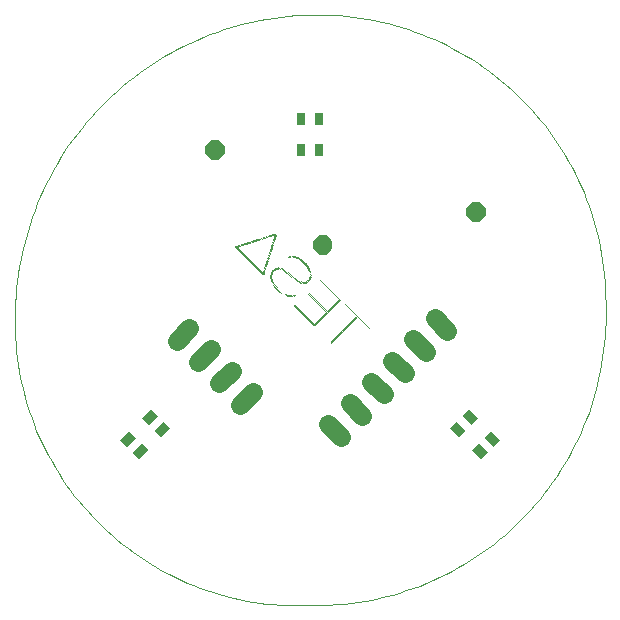
<source format=gbs>
G75*
%MOIN*%
%OFA0B0*%
%FSLAX24Y24*%
%IPPOS*%
%LPD*%
%AMOC8*
5,1,8,0,0,1.08239X$1,22.5*
%
%ADD10C,0.0000*%
%ADD11R,0.0290X0.0010*%
%ADD12R,0.0050X0.0010*%
%ADD13R,0.0900X0.0010*%
%ADD14R,0.0410X0.0010*%
%ADD15R,0.1310X0.0010*%
%ADD16R,0.0060X0.0010*%
%ADD17R,0.0950X0.0010*%
%ADD18R,0.0500X0.0010*%
%ADD19R,0.1330X0.0010*%
%ADD20R,0.0070X0.0010*%
%ADD21R,0.0970X0.0010*%
%ADD22R,0.0570X0.0010*%
%ADD23R,0.1350X0.0010*%
%ADD24R,0.0980X0.0010*%
%ADD25R,0.0630X0.0010*%
%ADD26R,0.0330X0.0010*%
%ADD27R,0.0040X0.0010*%
%ADD28R,0.0990X0.0010*%
%ADD29R,0.0250X0.0010*%
%ADD30R,0.0230X0.0010*%
%ADD31R,0.0210X0.0010*%
%ADD32R,0.0200X0.0010*%
%ADD33R,0.0190X0.0010*%
%ADD34R,0.0170X0.0010*%
%ADD35R,0.0080X0.0010*%
%ADD36R,0.0160X0.0010*%
%ADD37R,0.0150X0.0010*%
%ADD38R,0.0140X0.0010*%
%ADD39R,0.0130X0.0010*%
%ADD40R,0.0120X0.0010*%
%ADD41R,0.0110X0.0010*%
%ADD42R,0.0100X0.0010*%
%ADD43R,0.0090X0.0010*%
%ADD44R,0.0020X0.0010*%
%ADD45R,0.0180X0.0010*%
%ADD46R,0.0280X0.0010*%
%ADD47R,0.0940X0.0010*%
%ADD48R,0.0340X0.0010*%
%ADD49R,0.0440X0.0010*%
%ADD50R,0.0530X0.0010*%
%ADD51R,0.0540X0.0010*%
%ADD52R,0.0930X0.0010*%
%ADD53R,0.0450X0.0010*%
%ADD54R,0.0220X0.0010*%
%ADD55R,0.0010X0.0010*%
%ADD56R,0.1150X0.0010*%
%ADD57R,0.1170X0.0010*%
%ADD58R,0.0650X0.0010*%
%ADD59R,0.0610X0.0010*%
%ADD60R,0.1180X0.0010*%
%ADD61R,0.0550X0.0010*%
%ADD62R,0.0480X0.0010*%
%ADD63R,0.0400X0.0010*%
%ADD64C,0.0640*%
%ADD65C,0.0128*%
%ADD66R,0.0315X0.0433*%
%ADD67OC8,0.0640*%
D10*
X009172Y000100D02*
X010109Y000100D01*
X009172Y000100D02*
X008944Y000112D01*
X008716Y000130D01*
X008488Y000153D01*
X008261Y000182D01*
X008035Y000216D01*
X007810Y000255D01*
X007586Y000300D01*
X007363Y000351D01*
X007141Y000407D01*
X006921Y000468D01*
X006702Y000534D01*
X006485Y000606D01*
X006270Y000683D01*
X006056Y000765D01*
X005845Y000852D01*
X005636Y000945D01*
X005429Y001042D01*
X005225Y001144D01*
X005023Y001252D01*
X004823Y001364D01*
X004627Y001480D01*
X004433Y001602D01*
X004243Y001728D01*
X004055Y001859D01*
X003871Y001994D01*
X003690Y002134D01*
X003512Y002278D01*
X003338Y002426D01*
X003168Y002579D01*
X003001Y002735D01*
X002838Y002896D01*
X002679Y003060D01*
X002525Y003228D01*
X002374Y003400D01*
X002227Y003576D01*
X002085Y003755D01*
X001947Y003937D01*
X001814Y004123D01*
X001685Y004312D01*
X001560Y004503D01*
X001441Y004698D01*
X001326Y004896D01*
X001216Y005096D01*
X001110Y005299D01*
X001010Y005505D01*
X000915Y005712D01*
X000824Y005922D01*
X000739Y006135D01*
X000659Y006349D01*
X000584Y006565D01*
X000515Y006783D01*
X000450Y007002D01*
X000391Y007223D01*
X000338Y007445D01*
X000290Y007669D01*
X000247Y007893D01*
X000209Y008119D01*
X000177Y008345D01*
X000151Y008572D01*
X000130Y008800D01*
X000115Y009028D01*
X000105Y009256D01*
X000100Y009485D01*
X000101Y009714D01*
X000108Y009942D01*
X010110Y000100D02*
X010348Y000103D01*
X010585Y000112D01*
X010822Y000127D01*
X011059Y000148D01*
X011295Y000174D01*
X011530Y000206D01*
X011765Y000244D01*
X011998Y000288D01*
X012231Y000337D01*
X012462Y000392D01*
X012692Y000453D01*
X012920Y000519D01*
X013146Y000591D01*
X013371Y000669D01*
X013594Y000752D01*
X013814Y000840D01*
X014033Y000934D01*
X014249Y001033D01*
X014462Y001137D01*
X014673Y001247D01*
X014881Y001361D01*
X015086Y001481D01*
X015288Y001606D01*
X015488Y001735D01*
X015683Y001870D01*
X015876Y002009D01*
X016065Y002153D01*
X016251Y002302D01*
X016432Y002455D01*
X016610Y002612D01*
X016784Y002774D01*
X016954Y002940D01*
X017120Y003110D01*
X017282Y003284D01*
X017440Y003462D01*
X017593Y003644D01*
X017741Y003829D01*
X017885Y004018D01*
X018024Y004211D01*
X018159Y004407D01*
X018288Y004606D01*
X018413Y004808D01*
X018533Y005013D01*
X018647Y005221D01*
X018757Y005432D01*
X018861Y005646D01*
X018960Y005862D01*
X019054Y006080D01*
X019142Y006301D01*
X019225Y006523D01*
X019303Y006748D01*
X019375Y006974D01*
X019441Y007202D01*
X019502Y007432D01*
X019557Y007663D01*
X019606Y007896D01*
X019650Y008129D01*
X019688Y008364D01*
X019720Y008599D01*
X019746Y008835D01*
X019767Y009072D01*
X019782Y009309D01*
X019791Y009547D01*
X019794Y009784D01*
X019793Y009784D02*
X019793Y010184D01*
X019790Y010420D01*
X019781Y010655D01*
X019767Y010890D01*
X019747Y011125D01*
X019721Y011359D01*
X019689Y011593D01*
X019652Y011825D01*
X019609Y012057D01*
X019560Y012288D01*
X019505Y012517D01*
X019445Y012745D01*
X019380Y012971D01*
X019308Y013196D01*
X019232Y013418D01*
X019150Y013639D01*
X019062Y013858D01*
X018969Y014075D01*
X018871Y014289D01*
X018768Y014501D01*
X018659Y014710D01*
X018546Y014916D01*
X018427Y015120D01*
X018303Y015321D01*
X018175Y015518D01*
X018042Y015712D01*
X017904Y015903D01*
X017761Y016091D01*
X017614Y016275D01*
X017462Y016455D01*
X017306Y016632D01*
X017145Y016804D01*
X016981Y016973D01*
X016812Y017137D01*
X016640Y017298D01*
X016463Y017454D01*
X016283Y017606D01*
X016099Y017753D01*
X015911Y017896D01*
X015720Y018034D01*
X015526Y018167D01*
X015329Y018295D01*
X015128Y018419D01*
X014924Y018538D01*
X014718Y018651D01*
X014509Y018760D01*
X014297Y018863D01*
X014083Y018961D01*
X013866Y019054D01*
X013647Y019142D01*
X013426Y019224D01*
X013204Y019300D01*
X012979Y019372D01*
X012753Y019437D01*
X012525Y019497D01*
X012296Y019552D01*
X012065Y019601D01*
X011833Y019644D01*
X011601Y019681D01*
X011367Y019713D01*
X011133Y019739D01*
X010898Y019759D01*
X010663Y019773D01*
X010428Y019782D01*
X010192Y019785D01*
X010191Y019785D02*
X009948Y019782D01*
X009704Y019773D01*
X009461Y019759D01*
X009218Y019738D01*
X008976Y019712D01*
X008734Y019679D01*
X008493Y019641D01*
X008254Y019597D01*
X008015Y019548D01*
X007778Y019492D01*
X007542Y019431D01*
X007307Y019364D01*
X007074Y019292D01*
X006844Y019214D01*
X006615Y019130D01*
X006388Y019041D01*
X006163Y018946D01*
X005941Y018846D01*
X005721Y018741D01*
X005504Y018630D01*
X005289Y018514D01*
X005078Y018393D01*
X004869Y018267D01*
X004664Y018136D01*
X004461Y018000D01*
X004262Y017859D01*
X004067Y017713D01*
X003875Y017563D01*
X003687Y017408D01*
X003503Y017249D01*
X003322Y017085D01*
X003146Y016917D01*
X002973Y016745D01*
X002805Y016568D01*
X002641Y016388D01*
X002482Y016203D01*
X002327Y016015D01*
X002177Y015823D01*
X002031Y015628D01*
X001890Y015429D01*
X001754Y015226D01*
X001623Y015021D01*
X001497Y014812D01*
X001376Y014601D01*
X001260Y014386D01*
X001149Y014169D01*
X001044Y013949D01*
X000944Y013727D01*
X000849Y013502D01*
X000760Y013276D01*
X000676Y013047D01*
X000598Y012816D01*
X000526Y012583D01*
X000459Y012349D01*
X000398Y012113D01*
X000342Y011875D01*
X000293Y011637D01*
X000249Y011397D01*
X000211Y011156D01*
X000178Y010914D01*
X000152Y010672D01*
X000131Y010429D01*
X000117Y010186D01*
X000108Y009942D01*
D11*
G36*
X008662Y010892D02*
X008866Y010688D01*
X008858Y010680D01*
X008654Y010884D01*
X008662Y010892D01*
G37*
G36*
X008761Y010722D02*
X008965Y010518D01*
X008957Y010510D01*
X008753Y010714D01*
X008761Y010722D01*
G37*
G36*
X009680Y011627D02*
X009884Y011423D01*
X009876Y011415D01*
X009672Y011619D01*
X009680Y011627D01*
G37*
D12*
G36*
X009205Y011705D02*
X009240Y011670D01*
X009233Y011663D01*
X009198Y011698D01*
X009205Y011705D01*
G37*
G36*
X009453Y010468D02*
X009488Y010433D01*
X009481Y010426D01*
X009446Y010461D01*
X009453Y010468D01*
G37*
G36*
X010662Y008820D02*
X010627Y008855D01*
X010634Y008862D01*
X010669Y008827D01*
X010662Y008820D01*
G37*
D13*
G36*
X009425Y010071D02*
X010060Y009436D01*
X010053Y009429D01*
X009418Y010064D01*
X009425Y010071D01*
G37*
D14*
G36*
X008725Y010771D02*
X009014Y010482D01*
X009007Y010475D01*
X008718Y010764D01*
X008725Y010771D01*
G37*
D15*
G36*
X007459Y012037D02*
X008384Y011112D01*
X008377Y011105D01*
X007452Y012030D01*
X007459Y012037D01*
G37*
D16*
G36*
X008810Y012511D02*
X008851Y012470D01*
X008844Y012463D01*
X008803Y012504D01*
X008810Y012511D01*
G37*
G36*
X009220Y011719D02*
X009261Y011678D01*
X009254Y011671D01*
X009213Y011712D01*
X009220Y011719D01*
G37*
G36*
X009213Y011711D02*
X009254Y011670D01*
X009247Y011663D01*
X009206Y011704D01*
X009213Y011711D01*
G37*
G36*
X008746Y011301D02*
X008787Y011260D01*
X008780Y011253D01*
X008739Y011294D01*
X008746Y011301D01*
G37*
G36*
X009439Y010467D02*
X009480Y010426D01*
X009473Y010419D01*
X009432Y010460D01*
X009439Y010467D01*
G37*
G36*
X010910Y010297D02*
X010951Y010256D01*
X010944Y010249D01*
X010903Y010290D01*
X010910Y010297D01*
G37*
G36*
X010634Y008876D02*
X010675Y008835D01*
X010668Y008828D01*
X010627Y008869D01*
X010634Y008876D01*
G37*
D17*
G36*
X009418Y010093D02*
X010089Y009422D01*
X010082Y009415D01*
X009411Y010086D01*
X009418Y010093D01*
G37*
G36*
X009870Y010503D02*
X010541Y009832D01*
X010534Y009825D01*
X009863Y010496D01*
X009870Y010503D01*
G37*
G36*
X009877Y010510D02*
X010548Y009839D01*
X010541Y009832D01*
X009870Y010503D01*
X009877Y010510D01*
G37*
G36*
X009884Y010517D02*
X010555Y009846D01*
X010548Y009839D01*
X009877Y010510D01*
X009884Y010517D01*
G37*
G36*
X010309Y010984D02*
X010980Y010313D01*
X010973Y010306D01*
X010302Y010977D01*
X010309Y010984D01*
G37*
D18*
G36*
X009205Y011224D02*
X009558Y010871D01*
X009551Y010864D01*
X009198Y011217D01*
X009205Y011224D01*
G37*
G36*
X009078Y011309D02*
X009431Y010956D01*
X009424Y010949D01*
X009071Y011302D01*
X009078Y011309D01*
G37*
G36*
X008703Y010807D02*
X009056Y010454D01*
X009049Y010447D01*
X008696Y010800D01*
X008703Y010807D01*
G37*
D19*
G36*
X007459Y012051D02*
X008398Y011112D01*
X008391Y011105D01*
X007452Y012044D01*
X007459Y012051D01*
G37*
G36*
X007488Y012079D02*
X008427Y011140D01*
X008420Y011133D01*
X007481Y012072D01*
X007488Y012079D01*
G37*
G36*
X007495Y012086D02*
X008434Y011147D01*
X008427Y011140D01*
X007488Y012079D01*
X007495Y012086D01*
G37*
D20*
G36*
X007777Y012172D02*
X007826Y012123D01*
X007819Y012116D01*
X007770Y012165D01*
X007777Y012172D01*
G37*
G36*
X008215Y012313D02*
X008264Y012264D01*
X008257Y012257D01*
X008208Y012306D01*
X008215Y012313D01*
G37*
G36*
X008739Y012327D02*
X008788Y012278D01*
X008781Y012271D01*
X008732Y012320D01*
X008739Y012327D01*
G37*
G36*
X008802Y012504D02*
X008851Y012455D01*
X008844Y012448D01*
X008795Y012497D01*
X008802Y012504D01*
G37*
G36*
X009234Y011733D02*
X009283Y011684D01*
X009276Y011677D01*
X009227Y011726D01*
X009234Y011733D01*
G37*
G36*
X009227Y011726D02*
X009276Y011677D01*
X009269Y011670D01*
X009220Y011719D01*
X009227Y011726D01*
G37*
G36*
X009248Y011733D02*
X009297Y011684D01*
X009290Y011677D01*
X009241Y011726D01*
X009248Y011733D01*
G37*
G36*
X009255Y011740D02*
X009304Y011691D01*
X009297Y011684D01*
X009248Y011733D01*
X009255Y011740D01*
G37*
G36*
X009276Y011747D02*
X009325Y011698D01*
X009318Y011691D01*
X009269Y011740D01*
X009276Y011747D01*
G37*
G36*
X009290Y011747D02*
X009339Y011698D01*
X009332Y011691D01*
X009283Y011740D01*
X009290Y011747D01*
G37*
G36*
X009764Y011556D02*
X009813Y011507D01*
X009806Y011500D01*
X009757Y011549D01*
X009764Y011556D01*
G37*
G36*
X009912Y010998D02*
X009961Y010949D01*
X009954Y010942D01*
X009905Y010991D01*
X009912Y010998D01*
G37*
G36*
X009905Y010991D02*
X009954Y010942D01*
X009947Y010935D01*
X009898Y010984D01*
X009905Y010991D01*
G37*
G36*
X009898Y010969D02*
X009947Y010920D01*
X009940Y010913D01*
X009891Y010962D01*
X009898Y010969D01*
G37*
G36*
X009891Y010962D02*
X009940Y010913D01*
X009933Y010906D01*
X009884Y010955D01*
X009891Y010962D01*
G37*
G36*
X009884Y010955D02*
X009933Y010906D01*
X009926Y010899D01*
X009877Y010948D01*
X009884Y010955D01*
G37*
G36*
X009877Y010948D02*
X009926Y010899D01*
X009919Y010892D01*
X009870Y010941D01*
X009877Y010948D01*
G37*
G36*
X009870Y010941D02*
X009919Y010892D01*
X009912Y010885D01*
X009863Y010934D01*
X009870Y010941D01*
G37*
G36*
X009863Y010934D02*
X009912Y010885D01*
X009905Y010878D01*
X009856Y010927D01*
X009863Y010934D01*
G37*
G36*
X009856Y010927D02*
X009905Y010878D01*
X009898Y010871D01*
X009849Y010920D01*
X009856Y010927D01*
G37*
G36*
X009835Y010920D02*
X009884Y010871D01*
X009877Y010864D01*
X009828Y010913D01*
X009835Y010920D01*
G37*
G36*
X009828Y010913D02*
X009877Y010864D01*
X009870Y010857D01*
X009821Y010906D01*
X009828Y010913D01*
G37*
G36*
X009821Y010906D02*
X009870Y010857D01*
X009863Y010850D01*
X009814Y010899D01*
X009821Y010906D01*
G37*
G36*
X009813Y010899D02*
X009862Y010850D01*
X009855Y010843D01*
X009806Y010892D01*
X009813Y010899D01*
G37*
G36*
X009792Y010892D02*
X009841Y010843D01*
X009834Y010836D01*
X009785Y010885D01*
X009792Y010892D01*
G37*
G36*
X009849Y010920D02*
X009898Y010871D01*
X009891Y010864D01*
X009842Y010913D01*
X009849Y010920D01*
G37*
G36*
X009432Y010460D02*
X009481Y010411D01*
X009474Y010404D01*
X009425Y010453D01*
X009432Y010460D01*
G37*
G36*
X009417Y010460D02*
X009466Y010411D01*
X009459Y010404D01*
X009410Y010453D01*
X009417Y010460D01*
G37*
G36*
X009410Y010453D02*
X009459Y010404D01*
X009452Y010397D01*
X009403Y010446D01*
X009410Y010453D01*
G37*
G36*
X009389Y010446D02*
X009438Y010397D01*
X009431Y010390D01*
X009382Y010439D01*
X009389Y010446D01*
G37*
G36*
X009403Y010446D02*
X009452Y010397D01*
X009445Y010390D01*
X009396Y010439D01*
X009403Y010446D01*
G37*
G36*
X008647Y011175D02*
X008696Y011126D01*
X008689Y011119D01*
X008640Y011168D01*
X008647Y011175D01*
G37*
G36*
X008654Y011196D02*
X008703Y011147D01*
X008696Y011140D01*
X008647Y011189D01*
X008654Y011196D01*
G37*
G36*
X008668Y011224D02*
X008717Y011175D01*
X008710Y011168D01*
X008661Y011217D01*
X008668Y011224D01*
G37*
G36*
X008675Y011231D02*
X008724Y011182D01*
X008717Y011175D01*
X008668Y011224D01*
X008675Y011231D01*
G37*
G36*
X008682Y011252D02*
X008731Y011203D01*
X008724Y011196D01*
X008675Y011245D01*
X008682Y011252D01*
G37*
G36*
X008689Y011259D02*
X008738Y011210D01*
X008731Y011203D01*
X008682Y011252D01*
X008689Y011259D01*
G37*
G36*
X008696Y011266D02*
X008745Y011217D01*
X008738Y011210D01*
X008689Y011259D01*
X008696Y011266D01*
G37*
G36*
X008703Y011274D02*
X008752Y011225D01*
X008745Y011218D01*
X008696Y011267D01*
X008703Y011274D01*
G37*
G36*
X008710Y011281D02*
X008759Y011232D01*
X008752Y011225D01*
X008703Y011274D01*
X008710Y011281D01*
G37*
G36*
X008717Y011288D02*
X008766Y011239D01*
X008759Y011232D01*
X008710Y011281D01*
X008717Y011288D01*
G37*
G36*
X008725Y011295D02*
X008774Y011246D01*
X008767Y011239D01*
X008718Y011288D01*
X008725Y011295D01*
G37*
G36*
X008732Y011302D02*
X008781Y011253D01*
X008774Y011246D01*
X008725Y011295D01*
X008732Y011302D01*
G37*
G36*
X008760Y011316D02*
X008809Y011267D01*
X008802Y011260D01*
X008753Y011309D01*
X008760Y011316D01*
G37*
G36*
X008767Y011323D02*
X008816Y011274D01*
X008809Y011267D01*
X008760Y011316D01*
X008767Y011323D01*
G37*
G36*
X008774Y011330D02*
X008823Y011281D01*
X008816Y011274D01*
X008767Y011323D01*
X008774Y011330D01*
G37*
G36*
X008795Y011337D02*
X008844Y011288D01*
X008837Y011281D01*
X008788Y011330D01*
X008795Y011337D01*
G37*
G36*
X008682Y011238D02*
X008731Y011189D01*
X008724Y011182D01*
X008675Y011231D01*
X008682Y011238D01*
G37*
G36*
X008661Y011203D02*
X008710Y011154D01*
X008703Y011147D01*
X008654Y011196D01*
X008661Y011203D01*
G37*
G36*
X010245Y009633D02*
X010294Y009584D01*
X010287Y009577D01*
X010238Y009626D01*
X010245Y009633D01*
G37*
G36*
X010252Y009640D02*
X010301Y009591D01*
X010294Y009584D01*
X010245Y009633D01*
X010252Y009640D01*
G37*
G36*
X010259Y009647D02*
X010308Y009598D01*
X010301Y009591D01*
X010252Y009640D01*
X010259Y009647D01*
G37*
G36*
X010266Y009654D02*
X010315Y009605D01*
X010308Y009598D01*
X010259Y009647D01*
X010266Y009654D01*
G37*
G36*
X010273Y009661D02*
X010322Y009612D01*
X010315Y009605D01*
X010266Y009654D01*
X010273Y009661D01*
G37*
G36*
X010280Y009668D02*
X010329Y009619D01*
X010322Y009612D01*
X010273Y009661D01*
X010280Y009668D01*
G37*
G36*
X010287Y009675D02*
X010336Y009626D01*
X010329Y009619D01*
X010280Y009668D01*
X010287Y009675D01*
G37*
G36*
X010294Y009683D02*
X010343Y009634D01*
X010336Y009627D01*
X010287Y009676D01*
X010294Y009683D01*
G37*
G36*
X010301Y009690D02*
X010350Y009641D01*
X010343Y009634D01*
X010294Y009683D01*
X010301Y009690D01*
G37*
G36*
X010308Y009697D02*
X010357Y009648D01*
X010350Y009641D01*
X010301Y009690D01*
X010308Y009697D01*
G37*
G36*
X010316Y009704D02*
X010365Y009655D01*
X010358Y009648D01*
X010309Y009697D01*
X010316Y009704D01*
G37*
G36*
X010323Y009711D02*
X010372Y009662D01*
X010365Y009655D01*
X010316Y009704D01*
X010323Y009711D01*
G37*
G36*
X010330Y009718D02*
X010379Y009669D01*
X010372Y009662D01*
X010323Y009711D01*
X010330Y009718D01*
G37*
G36*
X010337Y009725D02*
X010386Y009676D01*
X010379Y009669D01*
X010330Y009718D01*
X010337Y009725D01*
G37*
G36*
X010344Y009732D02*
X010393Y009683D01*
X010386Y009676D01*
X010337Y009725D01*
X010344Y009732D01*
G37*
G36*
X010351Y009739D02*
X010400Y009690D01*
X010393Y009683D01*
X010344Y009732D01*
X010351Y009739D01*
G37*
G36*
X010358Y009746D02*
X010407Y009697D01*
X010400Y009690D01*
X010351Y009739D01*
X010358Y009746D01*
G37*
G36*
X010365Y009753D02*
X010414Y009704D01*
X010407Y009697D01*
X010358Y009746D01*
X010365Y009753D01*
G37*
G36*
X010372Y009760D02*
X010421Y009711D01*
X010414Y009704D01*
X010365Y009753D01*
X010372Y009760D01*
G37*
G36*
X010379Y009767D02*
X010428Y009718D01*
X010421Y009711D01*
X010372Y009760D01*
X010379Y009767D01*
G37*
G36*
X010386Y009774D02*
X010435Y009725D01*
X010428Y009718D01*
X010379Y009767D01*
X010386Y009774D01*
G37*
G36*
X010393Y009782D02*
X010442Y009733D01*
X010435Y009726D01*
X010386Y009775D01*
X010393Y009782D01*
G37*
G36*
X010400Y009789D02*
X010449Y009740D01*
X010442Y009733D01*
X010393Y009782D01*
X010400Y009789D01*
G37*
G36*
X010407Y009796D02*
X010456Y009747D01*
X010449Y009740D01*
X010400Y009789D01*
X010407Y009796D01*
G37*
G36*
X010415Y009803D02*
X010464Y009754D01*
X010457Y009747D01*
X010408Y009796D01*
X010415Y009803D01*
G37*
G36*
X010422Y009810D02*
X010471Y009761D01*
X010464Y009754D01*
X010415Y009803D01*
X010422Y009810D01*
G37*
G36*
X010429Y009817D02*
X010478Y009768D01*
X010471Y009761D01*
X010422Y009810D01*
X010429Y009817D01*
G37*
G36*
X010436Y009824D02*
X010485Y009775D01*
X010478Y009768D01*
X010429Y009817D01*
X010436Y009824D01*
G37*
G36*
X010443Y009831D02*
X010492Y009782D01*
X010485Y009775D01*
X010436Y009824D01*
X010443Y009831D01*
G37*
G36*
X010450Y009838D02*
X010499Y009789D01*
X010492Y009782D01*
X010443Y009831D01*
X010450Y009838D01*
G37*
G36*
X010457Y009845D02*
X010506Y009796D01*
X010499Y009789D01*
X010450Y009838D01*
X010457Y009845D01*
G37*
G36*
X010464Y009852D02*
X010513Y009803D01*
X010506Y009796D01*
X010457Y009845D01*
X010464Y009852D01*
G37*
G36*
X010471Y009859D02*
X010520Y009810D01*
X010513Y009803D01*
X010464Y009852D01*
X010471Y009859D01*
G37*
G36*
X010478Y009866D02*
X010527Y009817D01*
X010520Y009810D01*
X010471Y009859D01*
X010478Y009866D01*
G37*
G36*
X010528Y009916D02*
X010577Y009867D01*
X010570Y009860D01*
X010521Y009909D01*
X010528Y009916D01*
G37*
G36*
X010535Y009923D02*
X010584Y009874D01*
X010577Y009867D01*
X010528Y009916D01*
X010535Y009923D01*
G37*
G36*
X010542Y009930D02*
X010591Y009881D01*
X010584Y009874D01*
X010535Y009923D01*
X010542Y009930D01*
G37*
G36*
X010549Y009937D02*
X010598Y009888D01*
X010591Y009881D01*
X010542Y009930D01*
X010549Y009937D01*
G37*
G36*
X010556Y009944D02*
X010605Y009895D01*
X010598Y009888D01*
X010549Y009937D01*
X010556Y009944D01*
G37*
G36*
X010563Y009951D02*
X010612Y009902D01*
X010605Y009895D01*
X010556Y009944D01*
X010563Y009951D01*
G37*
G36*
X010570Y009958D02*
X010619Y009909D01*
X010612Y009902D01*
X010563Y009951D01*
X010570Y009958D01*
G37*
G36*
X010577Y009965D02*
X010626Y009916D01*
X010619Y009909D01*
X010570Y009958D01*
X010577Y009965D01*
G37*
G36*
X010584Y009972D02*
X010633Y009923D01*
X010626Y009916D01*
X010577Y009965D01*
X010584Y009972D01*
G37*
G36*
X010591Y009980D02*
X010640Y009931D01*
X010633Y009924D01*
X010584Y009973D01*
X010591Y009980D01*
G37*
G36*
X010598Y009987D02*
X010647Y009938D01*
X010640Y009931D01*
X010591Y009980D01*
X010598Y009987D01*
G37*
G36*
X010605Y009994D02*
X010654Y009945D01*
X010647Y009938D01*
X010598Y009987D01*
X010605Y009994D01*
G37*
G36*
X010612Y010001D02*
X010661Y009952D01*
X010654Y009945D01*
X010605Y009994D01*
X010612Y010001D01*
G37*
G36*
X010620Y010008D02*
X010669Y009959D01*
X010662Y009952D01*
X010613Y010001D01*
X010620Y010008D01*
G37*
G36*
X010627Y010015D02*
X010676Y009966D01*
X010669Y009959D01*
X010620Y010008D01*
X010627Y010015D01*
G37*
G36*
X010634Y010022D02*
X010683Y009973D01*
X010676Y009966D01*
X010627Y010015D01*
X010634Y010022D01*
G37*
G36*
X010641Y010029D02*
X010690Y009980D01*
X010683Y009973D01*
X010634Y010022D01*
X010641Y010029D01*
G37*
G36*
X010648Y010036D02*
X010697Y009987D01*
X010690Y009980D01*
X010641Y010029D01*
X010648Y010036D01*
G37*
G36*
X010655Y010043D02*
X010704Y009994D01*
X010697Y009987D01*
X010648Y010036D01*
X010655Y010043D01*
G37*
G36*
X010662Y010050D02*
X010711Y010001D01*
X010704Y009994D01*
X010655Y010043D01*
X010662Y010050D01*
G37*
G36*
X010669Y010057D02*
X010718Y010008D01*
X010711Y010001D01*
X010662Y010050D01*
X010669Y010057D01*
G37*
G36*
X010676Y010064D02*
X010725Y010015D01*
X010718Y010008D01*
X010669Y010057D01*
X010676Y010064D01*
G37*
G36*
X010683Y010071D02*
X010732Y010022D01*
X010725Y010015D01*
X010676Y010064D01*
X010683Y010071D01*
G37*
G36*
X010690Y010079D02*
X010739Y010030D01*
X010732Y010023D01*
X010683Y010072D01*
X010690Y010079D01*
G37*
G36*
X010697Y010086D02*
X010746Y010037D01*
X010739Y010030D01*
X010690Y010079D01*
X010697Y010086D01*
G37*
G36*
X010704Y010093D02*
X010753Y010044D01*
X010746Y010037D01*
X010697Y010086D01*
X010704Y010093D01*
G37*
G36*
X010711Y010100D02*
X010760Y010051D01*
X010753Y010044D01*
X010704Y010093D01*
X010711Y010100D01*
G37*
G36*
X010719Y010107D02*
X010768Y010058D01*
X010761Y010051D01*
X010712Y010100D01*
X010719Y010107D01*
G37*
G36*
X010726Y010114D02*
X010775Y010065D01*
X010768Y010058D01*
X010719Y010107D01*
X010726Y010114D01*
G37*
G36*
X010733Y010121D02*
X010782Y010072D01*
X010775Y010065D01*
X010726Y010114D01*
X010733Y010121D01*
G37*
G36*
X010740Y010128D02*
X010789Y010079D01*
X010782Y010072D01*
X010733Y010121D01*
X010740Y010128D01*
G37*
G36*
X010747Y010135D02*
X010796Y010086D01*
X010789Y010079D01*
X010740Y010128D01*
X010747Y010135D01*
G37*
G36*
X010754Y010142D02*
X010803Y010093D01*
X010796Y010086D01*
X010747Y010135D01*
X010754Y010142D01*
G37*
G36*
X010761Y010149D02*
X010810Y010100D01*
X010803Y010093D01*
X010754Y010142D01*
X010761Y010149D01*
G37*
G36*
X010768Y010156D02*
X010817Y010107D01*
X010810Y010100D01*
X010761Y010149D01*
X010768Y010156D01*
G37*
G36*
X010775Y010163D02*
X010824Y010114D01*
X010817Y010107D01*
X010768Y010156D01*
X010775Y010163D01*
G37*
G36*
X010782Y010170D02*
X010831Y010121D01*
X010824Y010114D01*
X010775Y010163D01*
X010782Y010170D01*
G37*
G36*
X010789Y010178D02*
X010838Y010129D01*
X010831Y010122D01*
X010782Y010171D01*
X010789Y010178D01*
G37*
G36*
X010796Y010185D02*
X010845Y010136D01*
X010838Y010129D01*
X010789Y010178D01*
X010796Y010185D01*
G37*
G36*
X010803Y010192D02*
X010852Y010143D01*
X010845Y010136D01*
X010796Y010185D01*
X010803Y010192D01*
G37*
G36*
X010810Y010199D02*
X010859Y010150D01*
X010852Y010143D01*
X010803Y010192D01*
X010810Y010199D01*
G37*
G36*
X010818Y010206D02*
X010867Y010157D01*
X010860Y010150D01*
X010811Y010199D01*
X010818Y010206D01*
G37*
G36*
X010825Y010213D02*
X010874Y010164D01*
X010867Y010157D01*
X010818Y010206D01*
X010825Y010213D01*
G37*
G36*
X010832Y010220D02*
X010881Y010171D01*
X010874Y010164D01*
X010825Y010213D01*
X010832Y010220D01*
G37*
G36*
X010839Y010227D02*
X010888Y010178D01*
X010881Y010171D01*
X010832Y010220D01*
X010839Y010227D01*
G37*
G36*
X010846Y010234D02*
X010895Y010185D01*
X010888Y010178D01*
X010839Y010227D01*
X010846Y010234D01*
G37*
G36*
X010853Y010241D02*
X010902Y010192D01*
X010895Y010185D01*
X010846Y010234D01*
X010853Y010241D01*
G37*
G36*
X010860Y010248D02*
X010909Y010199D01*
X010902Y010192D01*
X010853Y010241D01*
X010860Y010248D01*
G37*
G36*
X010867Y010255D02*
X010916Y010206D01*
X010909Y010199D01*
X010860Y010248D01*
X010867Y010255D01*
G37*
G36*
X010874Y010262D02*
X010923Y010213D01*
X010916Y010206D01*
X010867Y010255D01*
X010874Y010262D01*
G37*
G36*
X010881Y010269D02*
X010930Y010220D01*
X010923Y010213D01*
X010874Y010262D01*
X010881Y010269D01*
G37*
G36*
X010888Y010277D02*
X010937Y010228D01*
X010930Y010221D01*
X010881Y010270D01*
X010888Y010277D01*
G37*
G36*
X010895Y010284D02*
X010944Y010235D01*
X010937Y010228D01*
X010888Y010277D01*
X010895Y010284D01*
G37*
G36*
X010902Y010291D02*
X010951Y010242D01*
X010944Y010235D01*
X010895Y010284D01*
X010902Y010291D01*
G37*
G36*
X011482Y009725D02*
X011531Y009676D01*
X011524Y009669D01*
X011475Y009718D01*
X011482Y009725D01*
G37*
G36*
X011475Y009718D02*
X011524Y009669D01*
X011517Y009662D01*
X011468Y009711D01*
X011475Y009718D01*
G37*
G36*
X011468Y009711D02*
X011517Y009662D01*
X011510Y009655D01*
X011461Y009704D01*
X011468Y009711D01*
G37*
G36*
X011461Y009704D02*
X011510Y009655D01*
X011503Y009648D01*
X011454Y009697D01*
X011461Y009704D01*
G37*
G36*
X011454Y009697D02*
X011503Y009648D01*
X011496Y009641D01*
X011447Y009690D01*
X011454Y009697D01*
G37*
G36*
X011447Y009690D02*
X011496Y009641D01*
X011489Y009634D01*
X011440Y009683D01*
X011447Y009690D01*
G37*
G36*
X011440Y009683D02*
X011489Y009634D01*
X011482Y009627D01*
X011433Y009676D01*
X011440Y009683D01*
G37*
G36*
X011433Y009675D02*
X011482Y009626D01*
X011475Y009619D01*
X011426Y009668D01*
X011433Y009675D01*
G37*
G36*
X011426Y009668D02*
X011475Y009619D01*
X011468Y009612D01*
X011419Y009661D01*
X011426Y009668D01*
G37*
G36*
X011419Y009661D02*
X011468Y009612D01*
X011461Y009605D01*
X011412Y009654D01*
X011419Y009661D01*
G37*
G36*
X011412Y009654D02*
X011461Y009605D01*
X011454Y009598D01*
X011405Y009647D01*
X011412Y009654D01*
G37*
G36*
X011404Y009647D02*
X011453Y009598D01*
X011446Y009591D01*
X011397Y009640D01*
X011404Y009647D01*
G37*
G36*
X011397Y009640D02*
X011446Y009591D01*
X011439Y009584D01*
X011390Y009633D01*
X011397Y009640D01*
G37*
G36*
X011390Y009633D02*
X011439Y009584D01*
X011432Y009577D01*
X011383Y009626D01*
X011390Y009633D01*
G37*
G36*
X011383Y009626D02*
X011432Y009577D01*
X011425Y009570D01*
X011376Y009619D01*
X011383Y009626D01*
G37*
G36*
X011376Y009619D02*
X011425Y009570D01*
X011418Y009563D01*
X011369Y009612D01*
X011376Y009619D01*
G37*
G36*
X011369Y009612D02*
X011418Y009563D01*
X011411Y009556D01*
X011362Y009605D01*
X011369Y009612D01*
G37*
G36*
X011362Y009605D02*
X011411Y009556D01*
X011404Y009549D01*
X011355Y009598D01*
X011362Y009605D01*
G37*
G36*
X011355Y009598D02*
X011404Y009549D01*
X011397Y009542D01*
X011348Y009591D01*
X011355Y009598D01*
G37*
G36*
X011348Y009591D02*
X011397Y009542D01*
X011390Y009535D01*
X011341Y009584D01*
X011348Y009591D01*
G37*
G36*
X011341Y009584D02*
X011390Y009535D01*
X011383Y009528D01*
X011334Y009577D01*
X011341Y009584D01*
G37*
G36*
X011334Y009576D02*
X011383Y009527D01*
X011376Y009520D01*
X011327Y009569D01*
X011334Y009576D01*
G37*
G36*
X011327Y009569D02*
X011376Y009520D01*
X011369Y009513D01*
X011320Y009562D01*
X011327Y009569D01*
G37*
G36*
X011320Y009562D02*
X011369Y009513D01*
X011362Y009506D01*
X011313Y009555D01*
X011320Y009562D01*
G37*
G36*
X011313Y009555D02*
X011362Y009506D01*
X011355Y009499D01*
X011306Y009548D01*
X011313Y009555D01*
G37*
G36*
X011305Y009548D02*
X011354Y009499D01*
X011347Y009492D01*
X011298Y009541D01*
X011305Y009548D01*
G37*
G36*
X011298Y009541D02*
X011347Y009492D01*
X011340Y009485D01*
X011291Y009534D01*
X011298Y009541D01*
G37*
G36*
X011291Y009534D02*
X011340Y009485D01*
X011333Y009478D01*
X011284Y009527D01*
X011291Y009534D01*
G37*
G36*
X011284Y009527D02*
X011333Y009478D01*
X011326Y009471D01*
X011277Y009520D01*
X011284Y009527D01*
G37*
G36*
X011277Y009520D02*
X011326Y009471D01*
X011319Y009464D01*
X011270Y009513D01*
X011277Y009520D01*
G37*
G36*
X011270Y009513D02*
X011319Y009464D01*
X011312Y009457D01*
X011263Y009506D01*
X011270Y009513D01*
G37*
G36*
X011263Y009506D02*
X011312Y009457D01*
X011305Y009450D01*
X011256Y009499D01*
X011263Y009506D01*
G37*
G36*
X011256Y009499D02*
X011305Y009450D01*
X011298Y009443D01*
X011249Y009492D01*
X011256Y009499D01*
G37*
G36*
X011249Y009492D02*
X011298Y009443D01*
X011291Y009436D01*
X011242Y009485D01*
X011249Y009492D01*
G37*
G36*
X011242Y009485D02*
X011291Y009436D01*
X011284Y009429D01*
X011235Y009478D01*
X011242Y009485D01*
G37*
G36*
X011235Y009477D02*
X011284Y009428D01*
X011277Y009421D01*
X011228Y009470D01*
X011235Y009477D01*
G37*
G36*
X011228Y009470D02*
X011277Y009421D01*
X011270Y009414D01*
X011221Y009463D01*
X011228Y009470D01*
G37*
G36*
X011221Y009463D02*
X011270Y009414D01*
X011263Y009407D01*
X011214Y009456D01*
X011221Y009463D01*
G37*
G36*
X011214Y009456D02*
X011263Y009407D01*
X011256Y009400D01*
X011207Y009449D01*
X011214Y009456D01*
G37*
G36*
X011206Y009449D02*
X011255Y009400D01*
X011248Y009393D01*
X011199Y009442D01*
X011206Y009449D01*
G37*
G36*
X011199Y009442D02*
X011248Y009393D01*
X011241Y009386D01*
X011192Y009435D01*
X011199Y009442D01*
G37*
G36*
X011192Y009435D02*
X011241Y009386D01*
X011234Y009379D01*
X011185Y009428D01*
X011192Y009435D01*
G37*
G36*
X011185Y009428D02*
X011234Y009379D01*
X011227Y009372D01*
X011178Y009421D01*
X011185Y009428D01*
G37*
G36*
X011178Y009421D02*
X011227Y009372D01*
X011220Y009365D01*
X011171Y009414D01*
X011178Y009421D01*
G37*
G36*
X011171Y009414D02*
X011220Y009365D01*
X011213Y009358D01*
X011164Y009407D01*
X011171Y009414D01*
G37*
G36*
X011164Y009407D02*
X011213Y009358D01*
X011206Y009351D01*
X011157Y009400D01*
X011164Y009407D01*
G37*
G36*
X011157Y009400D02*
X011206Y009351D01*
X011199Y009344D01*
X011150Y009393D01*
X011157Y009400D01*
G37*
G36*
X011150Y009393D02*
X011199Y009344D01*
X011192Y009337D01*
X011143Y009386D01*
X011150Y009393D01*
G37*
G36*
X011143Y009386D02*
X011192Y009337D01*
X011185Y009330D01*
X011136Y009379D01*
X011143Y009386D01*
G37*
G36*
X011136Y009379D02*
X011185Y009330D01*
X011178Y009323D01*
X011129Y009372D01*
X011136Y009379D01*
G37*
G36*
X011129Y009371D02*
X011178Y009322D01*
X011171Y009315D01*
X011122Y009364D01*
X011129Y009371D01*
G37*
G36*
X011122Y009364D02*
X011171Y009315D01*
X011164Y009308D01*
X011115Y009357D01*
X011122Y009364D01*
G37*
G36*
X011115Y009357D02*
X011164Y009308D01*
X011157Y009301D01*
X011108Y009350D01*
X011115Y009357D01*
G37*
G36*
X011107Y009350D02*
X011156Y009301D01*
X011149Y009294D01*
X011100Y009343D01*
X011107Y009350D01*
G37*
G36*
X011100Y009343D02*
X011149Y009294D01*
X011142Y009287D01*
X011093Y009336D01*
X011100Y009343D01*
G37*
G36*
X011093Y009336D02*
X011142Y009287D01*
X011135Y009280D01*
X011086Y009329D01*
X011093Y009336D01*
G37*
G36*
X011086Y009329D02*
X011135Y009280D01*
X011128Y009273D01*
X011079Y009322D01*
X011086Y009329D01*
G37*
G36*
X011079Y009322D02*
X011128Y009273D01*
X011121Y009266D01*
X011072Y009315D01*
X011079Y009322D01*
G37*
G36*
X011072Y009315D02*
X011121Y009266D01*
X011114Y009259D01*
X011065Y009308D01*
X011072Y009315D01*
G37*
G36*
X011065Y009308D02*
X011114Y009259D01*
X011107Y009252D01*
X011058Y009301D01*
X011065Y009308D01*
G37*
G36*
X011058Y009301D02*
X011107Y009252D01*
X011100Y009245D01*
X011051Y009294D01*
X011058Y009301D01*
G37*
G36*
X011051Y009294D02*
X011100Y009245D01*
X011093Y009238D01*
X011044Y009287D01*
X011051Y009294D01*
G37*
G36*
X011044Y009287D02*
X011093Y009238D01*
X011086Y009231D01*
X011037Y009280D01*
X011044Y009287D01*
G37*
G36*
X011037Y009280D02*
X011086Y009231D01*
X011079Y009224D01*
X011030Y009273D01*
X011037Y009280D01*
G37*
G36*
X011030Y009272D02*
X011079Y009223D01*
X011072Y009216D01*
X011023Y009265D01*
X011030Y009272D01*
G37*
G36*
X011023Y009265D02*
X011072Y009216D01*
X011065Y009209D01*
X011016Y009258D01*
X011023Y009265D01*
G37*
G36*
X011016Y009258D02*
X011065Y009209D01*
X011058Y009202D01*
X011009Y009251D01*
X011016Y009258D01*
G37*
G36*
X011008Y009251D02*
X011057Y009202D01*
X011050Y009195D01*
X011001Y009244D01*
X011008Y009251D01*
G37*
G36*
X011001Y009244D02*
X011050Y009195D01*
X011043Y009188D01*
X010994Y009237D01*
X011001Y009244D01*
G37*
G36*
X010994Y009237D02*
X011043Y009188D01*
X011036Y009181D01*
X010987Y009230D01*
X010994Y009237D01*
G37*
G36*
X010987Y009230D02*
X011036Y009181D01*
X011029Y009174D01*
X010980Y009223D01*
X010987Y009230D01*
G37*
G36*
X010980Y009223D02*
X011029Y009174D01*
X011022Y009167D01*
X010973Y009216D01*
X010980Y009223D01*
G37*
G36*
X010973Y009216D02*
X011022Y009167D01*
X011015Y009160D01*
X010966Y009209D01*
X010973Y009216D01*
G37*
G36*
X010966Y009209D02*
X011015Y009160D01*
X011008Y009153D01*
X010959Y009202D01*
X010966Y009209D01*
G37*
G36*
X010959Y009202D02*
X011008Y009153D01*
X011001Y009146D01*
X010952Y009195D01*
X010959Y009202D01*
G37*
G36*
X010952Y009195D02*
X011001Y009146D01*
X010994Y009139D01*
X010945Y009188D01*
X010952Y009195D01*
G37*
G36*
X010945Y009188D02*
X010994Y009139D01*
X010987Y009132D01*
X010938Y009181D01*
X010945Y009188D01*
G37*
G36*
X010938Y009181D02*
X010987Y009132D01*
X010980Y009125D01*
X010931Y009174D01*
X010938Y009181D01*
G37*
G36*
X010931Y009173D02*
X010980Y009124D01*
X010973Y009117D01*
X010924Y009166D01*
X010931Y009173D01*
G37*
G36*
X010924Y009166D02*
X010973Y009117D01*
X010966Y009110D01*
X010917Y009159D01*
X010924Y009166D01*
G37*
G36*
X010917Y009159D02*
X010966Y009110D01*
X010959Y009103D01*
X010910Y009152D01*
X010917Y009159D01*
G37*
G36*
X010909Y009152D02*
X010958Y009103D01*
X010951Y009096D01*
X010902Y009145D01*
X010909Y009152D01*
G37*
G36*
X010902Y009145D02*
X010951Y009096D01*
X010944Y009089D01*
X010895Y009138D01*
X010902Y009145D01*
G37*
G36*
X010895Y009138D02*
X010944Y009089D01*
X010937Y009082D01*
X010888Y009131D01*
X010895Y009138D01*
G37*
G36*
X010888Y009131D02*
X010937Y009082D01*
X010930Y009075D01*
X010881Y009124D01*
X010888Y009131D01*
G37*
G36*
X010881Y009124D02*
X010930Y009075D01*
X010923Y009068D01*
X010874Y009117D01*
X010881Y009124D01*
G37*
G36*
X010874Y009117D02*
X010923Y009068D01*
X010916Y009061D01*
X010867Y009110D01*
X010874Y009117D01*
G37*
G36*
X010867Y009110D02*
X010916Y009061D01*
X010909Y009054D01*
X010860Y009103D01*
X010867Y009110D01*
G37*
G36*
X010860Y009103D02*
X010909Y009054D01*
X010902Y009047D01*
X010853Y009096D01*
X010860Y009103D01*
G37*
G36*
X010853Y009096D02*
X010902Y009047D01*
X010895Y009040D01*
X010846Y009089D01*
X010853Y009096D01*
G37*
G36*
X010846Y009089D02*
X010895Y009040D01*
X010888Y009033D01*
X010839Y009082D01*
X010846Y009089D01*
G37*
G36*
X010839Y009082D02*
X010888Y009033D01*
X010881Y009026D01*
X010832Y009075D01*
X010839Y009082D01*
G37*
G36*
X010832Y009074D02*
X010881Y009025D01*
X010874Y009018D01*
X010825Y009067D01*
X010832Y009074D01*
G37*
G36*
X010825Y009067D02*
X010874Y009018D01*
X010867Y009011D01*
X010818Y009060D01*
X010825Y009067D01*
G37*
G36*
X010818Y009060D02*
X010867Y009011D01*
X010860Y009004D01*
X010811Y009053D01*
X010818Y009060D01*
G37*
G36*
X010810Y009053D02*
X010859Y009004D01*
X010852Y008997D01*
X010803Y009046D01*
X010810Y009053D01*
G37*
G36*
X010803Y009046D02*
X010852Y008997D01*
X010845Y008990D01*
X010796Y009039D01*
X010803Y009046D01*
G37*
G36*
X010796Y009039D02*
X010845Y008990D01*
X010838Y008983D01*
X010789Y009032D01*
X010796Y009039D01*
G37*
G36*
X010789Y009032D02*
X010838Y008983D01*
X010831Y008976D01*
X010782Y009025D01*
X010789Y009032D01*
G37*
G36*
X010782Y009025D02*
X010831Y008976D01*
X010824Y008969D01*
X010775Y009018D01*
X010782Y009025D01*
G37*
G36*
X010775Y009018D02*
X010824Y008969D01*
X010817Y008962D01*
X010768Y009011D01*
X010775Y009018D01*
G37*
G36*
X010768Y009011D02*
X010817Y008962D01*
X010810Y008955D01*
X010761Y009004D01*
X010768Y009011D01*
G37*
G36*
X010761Y009004D02*
X010810Y008955D01*
X010803Y008948D01*
X010754Y008997D01*
X010761Y009004D01*
G37*
G36*
X010754Y008997D02*
X010803Y008948D01*
X010796Y008941D01*
X010747Y008990D01*
X010754Y008997D01*
G37*
G36*
X010747Y008990D02*
X010796Y008941D01*
X010789Y008934D01*
X010740Y008983D01*
X010747Y008990D01*
G37*
G36*
X010740Y008983D02*
X010789Y008934D01*
X010782Y008927D01*
X010733Y008976D01*
X010740Y008983D01*
G37*
G36*
X010733Y008975D02*
X010782Y008926D01*
X010775Y008919D01*
X010726Y008968D01*
X010733Y008975D01*
G37*
G36*
X010726Y008968D02*
X010775Y008919D01*
X010768Y008912D01*
X010719Y008961D01*
X010726Y008968D01*
G37*
G36*
X010719Y008961D02*
X010768Y008912D01*
X010761Y008905D01*
X010712Y008954D01*
X010719Y008961D01*
G37*
G36*
X010711Y008954D02*
X010760Y008905D01*
X010753Y008898D01*
X010704Y008947D01*
X010711Y008954D01*
G37*
G36*
X010704Y008947D02*
X010753Y008898D01*
X010746Y008891D01*
X010697Y008940D01*
X010704Y008947D01*
G37*
G36*
X010697Y008940D02*
X010746Y008891D01*
X010739Y008884D01*
X010690Y008933D01*
X010697Y008940D01*
G37*
G36*
X010690Y008933D02*
X010739Y008884D01*
X010732Y008877D01*
X010683Y008926D01*
X010690Y008933D01*
G37*
G36*
X010683Y008926D02*
X010732Y008877D01*
X010725Y008870D01*
X010676Y008919D01*
X010683Y008926D01*
G37*
G36*
X010676Y008919D02*
X010725Y008870D01*
X010718Y008863D01*
X010669Y008912D01*
X010676Y008919D01*
G37*
G36*
X010669Y008912D02*
X010718Y008863D01*
X010711Y008856D01*
X010662Y008905D01*
X010669Y008912D01*
G37*
G36*
X010662Y008905D02*
X010711Y008856D01*
X010704Y008849D01*
X010655Y008898D01*
X010662Y008905D01*
G37*
G36*
X010655Y008898D02*
X010704Y008849D01*
X010697Y008842D01*
X010648Y008891D01*
X010655Y008898D01*
G37*
G36*
X010648Y008891D02*
X010697Y008842D01*
X010690Y008835D01*
X010641Y008884D01*
X010648Y008891D01*
G37*
G36*
X010641Y008884D02*
X010690Y008835D01*
X010683Y008828D01*
X010634Y008877D01*
X010641Y008884D01*
G37*
G36*
X010103Y009492D02*
X010152Y009443D01*
X010145Y009436D01*
X010096Y009485D01*
X010103Y009492D01*
G37*
G36*
X010110Y009499D02*
X010159Y009450D01*
X010152Y009443D01*
X010103Y009492D01*
X010110Y009499D01*
G37*
G36*
X010118Y009506D02*
X010167Y009457D01*
X010160Y009450D01*
X010111Y009499D01*
X010118Y009506D01*
G37*
G36*
X010125Y009513D02*
X010174Y009464D01*
X010167Y009457D01*
X010118Y009506D01*
X010125Y009513D01*
G37*
G36*
X010132Y009520D02*
X010181Y009471D01*
X010174Y009464D01*
X010125Y009513D01*
X010132Y009520D01*
G37*
G36*
X010139Y009527D02*
X010188Y009478D01*
X010181Y009471D01*
X010132Y009520D01*
X010139Y009527D01*
G37*
G36*
X010146Y009534D02*
X010195Y009485D01*
X010188Y009478D01*
X010139Y009527D01*
X010146Y009534D01*
G37*
G36*
X010153Y009541D02*
X010202Y009492D01*
X010195Y009485D01*
X010146Y009534D01*
X010153Y009541D01*
G37*
G36*
X010160Y009548D02*
X010209Y009499D01*
X010202Y009492D01*
X010153Y009541D01*
X010160Y009548D01*
G37*
G36*
X010167Y009555D02*
X010216Y009506D01*
X010209Y009499D01*
X010160Y009548D01*
X010167Y009555D01*
G37*
G36*
X010174Y009562D02*
X010223Y009513D01*
X010216Y009506D01*
X010167Y009555D01*
X010174Y009562D01*
G37*
G36*
X010181Y009569D02*
X010230Y009520D01*
X010223Y009513D01*
X010174Y009562D01*
X010181Y009569D01*
G37*
G36*
X010188Y009576D02*
X010237Y009527D01*
X010230Y009520D01*
X010181Y009569D01*
X010188Y009576D01*
G37*
G36*
X010195Y009584D02*
X010244Y009535D01*
X010237Y009528D01*
X010188Y009577D01*
X010195Y009584D01*
G37*
G36*
X010202Y009591D02*
X010251Y009542D01*
X010244Y009535D01*
X010195Y009584D01*
X010202Y009591D01*
G37*
G36*
X010209Y009598D02*
X010258Y009549D01*
X010251Y009542D01*
X010202Y009591D01*
X010209Y009598D01*
G37*
G36*
X010217Y009605D02*
X010266Y009556D01*
X010259Y009549D01*
X010210Y009598D01*
X010217Y009605D01*
G37*
G36*
X010224Y009612D02*
X010273Y009563D01*
X010266Y009556D01*
X010217Y009605D01*
X010224Y009612D01*
G37*
G36*
X010231Y009619D02*
X010280Y009570D01*
X010273Y009563D01*
X010224Y009612D01*
X010231Y009619D01*
G37*
G36*
X010238Y009626D02*
X010287Y009577D01*
X010280Y009570D01*
X010231Y009619D01*
X010238Y009626D01*
G37*
D21*
G36*
X009418Y010107D02*
X010103Y009422D01*
X010096Y009415D01*
X009411Y010100D01*
X009418Y010107D01*
G37*
G36*
X010294Y010983D02*
X010979Y010298D01*
X010972Y010291D01*
X010287Y010976D01*
X010294Y010983D01*
G37*
D22*
G36*
X008683Y010842D02*
X009085Y010440D01*
X009077Y010432D01*
X008675Y010834D01*
X008683Y010842D01*
G37*
D23*
G36*
X007466Y012072D02*
X008419Y011119D01*
X008412Y011112D01*
X007459Y012065D01*
X007466Y012072D01*
G37*
G36*
X007473Y012079D02*
X008426Y011126D01*
X008419Y011119D01*
X007466Y012072D01*
X007473Y012079D01*
G37*
G36*
X007459Y012065D02*
X008412Y011112D01*
X008405Y011105D01*
X007452Y012058D01*
X007459Y012065D01*
G37*
D24*
G36*
X009425Y010114D02*
X010117Y009422D01*
X010109Y009414D01*
X009417Y010106D01*
X009425Y010114D01*
G37*
G36*
X009432Y010121D02*
X010124Y009429D01*
X010116Y009421D01*
X009424Y010113D01*
X009432Y010121D01*
G37*
G36*
X009454Y010128D02*
X010146Y009436D01*
X010138Y009428D01*
X009446Y010120D01*
X009454Y010128D01*
G37*
G36*
X010274Y010949D02*
X010966Y010257D01*
X010958Y010249D01*
X010266Y010941D01*
X010274Y010949D01*
G37*
G36*
X010281Y010970D02*
X010973Y010278D01*
X010965Y010270D01*
X010273Y010962D01*
X010281Y010970D01*
G37*
G36*
X010288Y010977D02*
X010980Y010285D01*
X010972Y010277D01*
X010280Y010969D01*
X010288Y010977D01*
G37*
D25*
G36*
X008668Y010871D02*
X009113Y010426D01*
X009106Y010419D01*
X008661Y010864D01*
X008668Y010871D01*
G37*
D26*
G36*
X008908Y010644D02*
X009141Y010411D01*
X009134Y010404D01*
X008901Y010637D01*
X008908Y010644D01*
G37*
D27*
G36*
X008873Y010679D02*
X008900Y010652D01*
X008893Y010645D01*
X008866Y010672D01*
X008873Y010679D01*
G37*
G36*
X008824Y012511D02*
X008851Y012484D01*
X008844Y012477D01*
X008817Y012504D01*
X008824Y012511D01*
G37*
D28*
G36*
X010273Y010962D02*
X010972Y010263D01*
X010965Y010256D01*
X010266Y010955D01*
X010273Y010962D01*
G37*
G36*
X009439Y010128D02*
X010138Y009429D01*
X010131Y009422D01*
X009432Y010121D01*
X009439Y010128D01*
G37*
D29*
G36*
X008994Y010573D02*
X009169Y010398D01*
X009162Y010391D01*
X008987Y010566D01*
X008994Y010573D01*
G37*
D30*
G36*
X008647Y010919D02*
X008808Y010758D01*
X008801Y010751D01*
X008640Y010912D01*
X008647Y010919D01*
G37*
G36*
X009489Y011733D02*
X009650Y011572D01*
X009643Y011565D01*
X009482Y011726D01*
X009489Y011733D01*
G37*
G36*
X009821Y011400D02*
X009982Y011239D01*
X009975Y011232D01*
X009814Y011393D01*
X009821Y011400D01*
G37*
D31*
G36*
X008980Y011351D02*
X009127Y011204D01*
X009120Y011197D01*
X008973Y011344D01*
X008980Y011351D01*
G37*
G36*
X009043Y010538D02*
X009190Y010391D01*
X009183Y010384D01*
X009036Y010531D01*
X009043Y010538D01*
G37*
D32*
G36*
X008640Y010941D02*
X008781Y010800D01*
X008774Y010793D01*
X008633Y010934D01*
X008640Y010941D01*
G37*
G36*
X009849Y011358D02*
X009990Y011217D01*
X009983Y011210D01*
X009842Y011351D01*
X009849Y011358D01*
G37*
D33*
G36*
X009545Y010955D02*
X009678Y010822D01*
X009671Y010815D01*
X009538Y010948D01*
X009545Y010955D01*
G37*
G36*
X009078Y010517D02*
X009211Y010384D01*
X009204Y010377D01*
X009071Y010510D01*
X009078Y010517D01*
G37*
D34*
G36*
X008633Y010962D02*
X008752Y010843D01*
X008745Y010836D01*
X008626Y010955D01*
X008633Y010962D01*
G37*
G36*
X009870Y011323D02*
X009989Y011204D01*
X009982Y011197D01*
X009863Y011316D01*
X009870Y011323D01*
G37*
D35*
G36*
X009934Y011061D02*
X009989Y011006D01*
X009982Y010999D01*
X009927Y011054D01*
X009934Y011061D01*
G37*
G36*
X009927Y011054D02*
X009982Y010999D01*
X009975Y010992D01*
X009920Y011047D01*
X009927Y011054D01*
G37*
G36*
X009927Y011040D02*
X009982Y010985D01*
X009975Y010978D01*
X009920Y011033D01*
X009927Y011040D01*
G37*
G36*
X009920Y011033D02*
X009975Y010978D01*
X009968Y010971D01*
X009913Y011026D01*
X009920Y011033D01*
G37*
G36*
X009920Y011018D02*
X009975Y010963D01*
X009968Y010956D01*
X009913Y011011D01*
X009920Y011018D01*
G37*
G36*
X009913Y011011D02*
X009968Y010956D01*
X009961Y010949D01*
X009906Y011004D01*
X009913Y011011D01*
G37*
G36*
X009899Y010983D02*
X009954Y010928D01*
X009947Y010921D01*
X009892Y010976D01*
X009899Y010983D01*
G37*
G36*
X009800Y010898D02*
X009855Y010843D01*
X009848Y010836D01*
X009793Y010891D01*
X009800Y010898D01*
G37*
G36*
X009779Y010891D02*
X009834Y010836D01*
X009827Y010829D01*
X009772Y010884D01*
X009779Y010891D01*
G37*
G36*
X009757Y010884D02*
X009812Y010829D01*
X009805Y010822D01*
X009750Y010877D01*
X009757Y010884D01*
G37*
G36*
X009376Y010446D02*
X009431Y010391D01*
X009424Y010384D01*
X009369Y010439D01*
X009376Y010446D01*
G37*
G36*
X009354Y010439D02*
X009409Y010384D01*
X009402Y010377D01*
X009347Y010432D01*
X009354Y010439D01*
G37*
G36*
X009340Y010439D02*
X009395Y010384D01*
X009388Y010377D01*
X009333Y010432D01*
X009340Y010439D01*
G37*
G36*
X009369Y010439D02*
X009424Y010384D01*
X009417Y010377D01*
X009362Y010432D01*
X009369Y010439D01*
G37*
G36*
X008633Y011132D02*
X008688Y011077D01*
X008681Y011070D01*
X008626Y011125D01*
X008633Y011132D01*
G37*
G36*
X008633Y011146D02*
X008688Y011091D01*
X008681Y011084D01*
X008626Y011139D01*
X008633Y011146D01*
G37*
G36*
X008640Y011167D02*
X008695Y011112D01*
X008688Y011105D01*
X008633Y011160D01*
X008640Y011167D01*
G37*
G36*
X008647Y011188D02*
X008702Y011133D01*
X008695Y011126D01*
X008640Y011181D01*
X008647Y011188D01*
G37*
G36*
X008661Y011216D02*
X008716Y011161D01*
X008709Y011154D01*
X008654Y011209D01*
X008661Y011216D01*
G37*
G36*
X008640Y011153D02*
X008695Y011098D01*
X008688Y011091D01*
X008633Y011146D01*
X008640Y011153D01*
G37*
G36*
X008746Y011315D02*
X008801Y011260D01*
X008794Y011253D01*
X008739Y011308D01*
X008746Y011315D01*
G37*
G36*
X008782Y011337D02*
X008837Y011282D01*
X008830Y011275D01*
X008775Y011330D01*
X008782Y011337D01*
G37*
G36*
X008803Y011344D02*
X008858Y011289D01*
X008851Y011282D01*
X008796Y011337D01*
X008803Y011344D01*
G37*
G36*
X008810Y011351D02*
X008865Y011296D01*
X008858Y011289D01*
X008803Y011344D01*
X008810Y011351D01*
G37*
G36*
X008824Y011351D02*
X008879Y011296D01*
X008872Y011289D01*
X008817Y011344D01*
X008824Y011351D01*
G37*
G36*
X008534Y011697D02*
X008589Y011642D01*
X008582Y011635D01*
X008527Y011690D01*
X008534Y011697D01*
G37*
G36*
X008541Y011718D02*
X008596Y011663D01*
X008589Y011656D01*
X008534Y011711D01*
X008541Y011718D01*
G37*
G36*
X008548Y011754D02*
X008603Y011699D01*
X008596Y011692D01*
X008541Y011747D01*
X008548Y011754D01*
G37*
G36*
X008555Y011775D02*
X008610Y011720D01*
X008603Y011713D01*
X008548Y011768D01*
X008555Y011775D01*
G37*
G36*
X008562Y011796D02*
X008617Y011741D01*
X008610Y011734D01*
X008555Y011789D01*
X008562Y011796D01*
G37*
G36*
X008569Y011817D02*
X008624Y011762D01*
X008617Y011755D01*
X008562Y011810D01*
X008569Y011817D01*
G37*
G36*
X008577Y011839D02*
X008632Y011784D01*
X008625Y011777D01*
X008570Y011832D01*
X008577Y011839D01*
G37*
G36*
X008584Y011860D02*
X008639Y011805D01*
X008632Y011798D01*
X008577Y011853D01*
X008584Y011860D01*
G37*
G36*
X008591Y011881D02*
X008646Y011826D01*
X008639Y011819D01*
X008584Y011874D01*
X008591Y011881D01*
G37*
G36*
X008598Y011902D02*
X008653Y011847D01*
X008646Y011840D01*
X008591Y011895D01*
X008598Y011902D01*
G37*
G36*
X008605Y011924D02*
X008660Y011869D01*
X008653Y011862D01*
X008598Y011917D01*
X008605Y011924D01*
G37*
G36*
X008612Y011945D02*
X008667Y011890D01*
X008660Y011883D01*
X008605Y011938D01*
X008612Y011945D01*
G37*
G36*
X008619Y011966D02*
X008674Y011911D01*
X008667Y011904D01*
X008612Y011959D01*
X008619Y011966D01*
G37*
G36*
X008626Y011987D02*
X008681Y011932D01*
X008674Y011925D01*
X008619Y011980D01*
X008626Y011987D01*
G37*
G36*
X008633Y012008D02*
X008688Y011953D01*
X008681Y011946D01*
X008626Y012001D01*
X008633Y012008D01*
G37*
G36*
X008640Y012030D02*
X008695Y011975D01*
X008688Y011968D01*
X008633Y012023D01*
X008640Y012030D01*
G37*
G36*
X008647Y012051D02*
X008702Y011996D01*
X008695Y011989D01*
X008640Y012044D01*
X008647Y012051D01*
G37*
G36*
X008654Y012086D02*
X008709Y012031D01*
X008702Y012024D01*
X008647Y012079D01*
X008654Y012086D01*
G37*
G36*
X008661Y012107D02*
X008716Y012052D01*
X008709Y012045D01*
X008654Y012100D01*
X008661Y012107D01*
G37*
G36*
X008668Y012129D02*
X008723Y012074D01*
X008716Y012067D01*
X008661Y012122D01*
X008668Y012129D01*
G37*
G36*
X008676Y012150D02*
X008731Y012095D01*
X008724Y012088D01*
X008669Y012143D01*
X008676Y012150D01*
G37*
G36*
X008683Y012171D02*
X008738Y012116D01*
X008731Y012109D01*
X008676Y012164D01*
X008683Y012171D01*
G37*
G36*
X008690Y012192D02*
X008745Y012137D01*
X008738Y012130D01*
X008683Y012185D01*
X008690Y012192D01*
G37*
G36*
X008697Y012213D02*
X008752Y012158D01*
X008745Y012151D01*
X008690Y012206D01*
X008697Y012213D01*
G37*
G36*
X008704Y012235D02*
X008759Y012180D01*
X008752Y012173D01*
X008697Y012228D01*
X008704Y012235D01*
G37*
G36*
X008711Y012256D02*
X008766Y012201D01*
X008759Y012194D01*
X008704Y012249D01*
X008711Y012256D01*
G37*
G36*
X008718Y012277D02*
X008773Y012222D01*
X008766Y012215D01*
X008711Y012270D01*
X008718Y012277D01*
G37*
G36*
X008725Y012298D02*
X008780Y012243D01*
X008773Y012236D01*
X008718Y012291D01*
X008725Y012298D01*
G37*
G36*
X008732Y012320D02*
X008787Y012265D01*
X008780Y012258D01*
X008725Y012313D01*
X008732Y012320D01*
G37*
G36*
X008739Y012341D02*
X008794Y012286D01*
X008787Y012279D01*
X008732Y012334D01*
X008739Y012341D01*
G37*
G36*
X008746Y012362D02*
X008801Y012307D01*
X008794Y012300D01*
X008739Y012355D01*
X008746Y012362D01*
G37*
G36*
X008753Y012383D02*
X008808Y012328D01*
X008801Y012321D01*
X008746Y012376D01*
X008753Y012383D01*
G37*
G36*
X008760Y012404D02*
X008815Y012349D01*
X008808Y012342D01*
X008753Y012397D01*
X008760Y012404D01*
G37*
G36*
X008697Y012468D02*
X008752Y012413D01*
X008745Y012406D01*
X008690Y012461D01*
X008697Y012468D01*
G37*
G36*
X008683Y012468D02*
X008738Y012413D01*
X008731Y012406D01*
X008676Y012461D01*
X008683Y012468D01*
G37*
G36*
X008661Y012461D02*
X008716Y012406D01*
X008709Y012399D01*
X008654Y012454D01*
X008661Y012461D01*
G37*
G36*
X008640Y012454D02*
X008695Y012399D01*
X008688Y012392D01*
X008633Y012447D01*
X008640Y012454D01*
G37*
G36*
X008619Y012447D02*
X008674Y012392D01*
X008667Y012385D01*
X008612Y012440D01*
X008619Y012447D01*
G37*
G36*
X008598Y012440D02*
X008653Y012385D01*
X008646Y012378D01*
X008591Y012433D01*
X008598Y012440D01*
G37*
G36*
X008577Y012433D02*
X008632Y012378D01*
X008625Y012371D01*
X008570Y012426D01*
X008577Y012433D01*
G37*
G36*
X008555Y012426D02*
X008610Y012371D01*
X008603Y012364D01*
X008548Y012419D01*
X008555Y012426D01*
G37*
G36*
X008541Y012426D02*
X008596Y012371D01*
X008589Y012364D01*
X008534Y012419D01*
X008541Y012426D01*
G37*
G36*
X008534Y012419D02*
X008589Y012364D01*
X008582Y012357D01*
X008527Y012412D01*
X008534Y012419D01*
G37*
G36*
X008513Y012411D02*
X008568Y012356D01*
X008561Y012349D01*
X008506Y012404D01*
X008513Y012411D01*
G37*
G36*
X008492Y012404D02*
X008547Y012349D01*
X008540Y012342D01*
X008485Y012397D01*
X008492Y012404D01*
G37*
G36*
X008478Y012404D02*
X008533Y012349D01*
X008526Y012342D01*
X008471Y012397D01*
X008478Y012404D01*
G37*
G36*
X008456Y012397D02*
X008511Y012342D01*
X008504Y012335D01*
X008449Y012390D01*
X008456Y012397D01*
G37*
G36*
X008435Y012390D02*
X008490Y012335D01*
X008483Y012328D01*
X008428Y012383D01*
X008435Y012390D01*
G37*
G36*
X008414Y012383D02*
X008469Y012328D01*
X008462Y012321D01*
X008407Y012376D01*
X008414Y012383D01*
G37*
G36*
X008393Y012376D02*
X008448Y012321D01*
X008441Y012314D01*
X008386Y012369D01*
X008393Y012376D01*
G37*
G36*
X008371Y012369D02*
X008426Y012314D01*
X008419Y012307D01*
X008364Y012362D01*
X008371Y012369D01*
G37*
G36*
X008350Y012362D02*
X008405Y012307D01*
X008398Y012300D01*
X008343Y012355D01*
X008350Y012362D01*
G37*
G36*
X008329Y012355D02*
X008384Y012300D01*
X008377Y012293D01*
X008322Y012348D01*
X008329Y012355D01*
G37*
G36*
X008308Y012348D02*
X008363Y012293D01*
X008356Y012286D01*
X008301Y012341D01*
X008308Y012348D01*
G37*
G36*
X008287Y012341D02*
X008342Y012286D01*
X008335Y012279D01*
X008280Y012334D01*
X008287Y012341D01*
G37*
G36*
X008265Y012334D02*
X008320Y012279D01*
X008313Y012272D01*
X008258Y012327D01*
X008265Y012334D01*
G37*
G36*
X008244Y012327D02*
X008299Y012272D01*
X008292Y012265D01*
X008237Y012320D01*
X008244Y012327D01*
G37*
G36*
X008223Y012320D02*
X008278Y012265D01*
X008271Y012258D01*
X008216Y012313D01*
X008223Y012320D01*
G37*
G36*
X008202Y012312D02*
X008257Y012257D01*
X008250Y012250D01*
X008195Y012305D01*
X008202Y012312D01*
G37*
G36*
X008181Y012305D02*
X008236Y012250D01*
X008229Y012243D01*
X008174Y012298D01*
X008181Y012305D01*
G37*
G36*
X008159Y012298D02*
X008214Y012243D01*
X008207Y012236D01*
X008152Y012291D01*
X008159Y012298D01*
G37*
G36*
X008138Y012291D02*
X008193Y012236D01*
X008186Y012229D01*
X008131Y012284D01*
X008138Y012291D01*
G37*
G36*
X008124Y012291D02*
X008179Y012236D01*
X008172Y012229D01*
X008117Y012284D01*
X008124Y012291D01*
G37*
G36*
X008103Y012284D02*
X008158Y012229D01*
X008151Y012222D01*
X008096Y012277D01*
X008103Y012284D01*
G37*
G36*
X008082Y012277D02*
X008137Y012222D01*
X008130Y012215D01*
X008075Y012270D01*
X008082Y012277D01*
G37*
G36*
X008060Y012270D02*
X008115Y012215D01*
X008108Y012208D01*
X008053Y012263D01*
X008060Y012270D01*
G37*
G36*
X008039Y012263D02*
X008094Y012208D01*
X008087Y012201D01*
X008032Y012256D01*
X008039Y012263D01*
G37*
G36*
X008018Y012256D02*
X008073Y012201D01*
X008066Y012194D01*
X008011Y012249D01*
X008018Y012256D01*
G37*
G36*
X007997Y012249D02*
X008052Y012194D01*
X008045Y012187D01*
X007990Y012242D01*
X007997Y012249D01*
G37*
G36*
X007976Y012242D02*
X008031Y012187D01*
X008024Y012180D01*
X007969Y012235D01*
X007976Y012242D01*
G37*
G36*
X007954Y012235D02*
X008009Y012180D01*
X008002Y012173D01*
X007947Y012228D01*
X007954Y012235D01*
G37*
G36*
X007933Y012228D02*
X007988Y012173D01*
X007981Y012166D01*
X007926Y012221D01*
X007933Y012228D01*
G37*
G36*
X007912Y012221D02*
X007967Y012166D01*
X007960Y012159D01*
X007905Y012214D01*
X007912Y012221D01*
G37*
G36*
X007891Y012213D02*
X007946Y012158D01*
X007939Y012151D01*
X007884Y012206D01*
X007891Y012213D01*
G37*
G36*
X007869Y012206D02*
X007924Y012151D01*
X007917Y012144D01*
X007862Y012199D01*
X007869Y012206D01*
G37*
G36*
X007848Y012199D02*
X007903Y012144D01*
X007896Y012137D01*
X007841Y012192D01*
X007848Y012199D01*
G37*
G36*
X007827Y012192D02*
X007882Y012137D01*
X007875Y012130D01*
X007820Y012185D01*
X007827Y012192D01*
G37*
G36*
X007806Y012185D02*
X007861Y012130D01*
X007854Y012123D01*
X007799Y012178D01*
X007806Y012185D01*
G37*
G36*
X007785Y012178D02*
X007840Y012123D01*
X007833Y012116D01*
X007778Y012171D01*
X007785Y012178D01*
G37*
G36*
X007763Y012171D02*
X007818Y012116D01*
X007811Y012109D01*
X007756Y012164D01*
X007763Y012171D01*
G37*
G36*
X007749Y012171D02*
X007804Y012116D01*
X007797Y012109D01*
X007742Y012164D01*
X007749Y012171D01*
G37*
G36*
X007728Y012164D02*
X007783Y012109D01*
X007776Y012102D01*
X007721Y012157D01*
X007728Y012164D01*
G37*
G36*
X007707Y012157D02*
X007762Y012102D01*
X007755Y012095D01*
X007700Y012150D01*
X007707Y012157D01*
G37*
G36*
X007686Y012150D02*
X007741Y012095D01*
X007734Y012088D01*
X007679Y012143D01*
X007686Y012150D01*
G37*
G36*
X007664Y012143D02*
X007719Y012088D01*
X007712Y012081D01*
X007657Y012136D01*
X007664Y012143D01*
G37*
G36*
X007643Y012136D02*
X007698Y012081D01*
X007691Y012074D01*
X007636Y012129D01*
X007643Y012136D01*
G37*
G36*
X007622Y012129D02*
X007677Y012074D01*
X007670Y012067D01*
X007615Y012122D01*
X007622Y012129D01*
G37*
G36*
X007601Y012122D02*
X007656Y012067D01*
X007649Y012060D01*
X007594Y012115D01*
X007601Y012122D01*
G37*
G36*
X007580Y012114D02*
X007635Y012059D01*
X007628Y012052D01*
X007573Y012107D01*
X007580Y012114D01*
G37*
G36*
X007558Y012107D02*
X007613Y012052D01*
X007606Y012045D01*
X007551Y012100D01*
X007558Y012107D01*
G37*
G36*
X007537Y012100D02*
X007592Y012045D01*
X007585Y012038D01*
X007530Y012093D01*
X007537Y012100D01*
G37*
G36*
X007516Y012093D02*
X007571Y012038D01*
X007564Y012031D01*
X007509Y012086D01*
X007516Y012093D01*
G37*
G36*
X007509Y012086D02*
X007564Y012031D01*
X007557Y012024D01*
X007502Y012079D01*
X007509Y012086D01*
G37*
G36*
X007530Y012093D02*
X007585Y012038D01*
X007578Y012031D01*
X007523Y012086D01*
X007530Y012093D01*
G37*
G36*
X007551Y012100D02*
X007606Y012045D01*
X007599Y012038D01*
X007544Y012093D01*
X007551Y012100D01*
G37*
G36*
X007572Y012107D02*
X007627Y012052D01*
X007620Y012045D01*
X007565Y012100D01*
X007572Y012107D01*
G37*
G36*
X007594Y012114D02*
X007649Y012059D01*
X007642Y012052D01*
X007587Y012107D01*
X007594Y012114D01*
G37*
G36*
X007615Y012122D02*
X007670Y012067D01*
X007663Y012060D01*
X007608Y012115D01*
X007615Y012122D01*
G37*
G36*
X007636Y012129D02*
X007691Y012074D01*
X007684Y012067D01*
X007629Y012122D01*
X007636Y012129D01*
G37*
G36*
X007657Y012136D02*
X007712Y012081D01*
X007705Y012074D01*
X007650Y012129D01*
X007657Y012136D01*
G37*
G36*
X007679Y012143D02*
X007734Y012088D01*
X007727Y012081D01*
X007672Y012136D01*
X007679Y012143D01*
G37*
G36*
X007700Y012150D02*
X007755Y012095D01*
X007748Y012088D01*
X007693Y012143D01*
X007700Y012150D01*
G37*
G36*
X007721Y012157D02*
X007776Y012102D01*
X007769Y012095D01*
X007714Y012150D01*
X007721Y012157D01*
G37*
G36*
X007742Y012164D02*
X007797Y012109D01*
X007790Y012102D01*
X007735Y012157D01*
X007742Y012164D01*
G37*
G36*
X007862Y012199D02*
X007917Y012144D01*
X007910Y012137D01*
X007855Y012192D01*
X007862Y012199D01*
G37*
G36*
X007884Y012206D02*
X007939Y012151D01*
X007932Y012144D01*
X007877Y012199D01*
X007884Y012206D01*
G37*
G36*
X007905Y012213D02*
X007960Y012158D01*
X007953Y012151D01*
X007898Y012206D01*
X007905Y012213D01*
G37*
G36*
X007926Y012221D02*
X007981Y012166D01*
X007974Y012159D01*
X007919Y012214D01*
X007926Y012221D01*
G37*
G36*
X007947Y012228D02*
X008002Y012173D01*
X007995Y012166D01*
X007940Y012221D01*
X007947Y012228D01*
G37*
G36*
X007968Y012235D02*
X008023Y012180D01*
X008016Y012173D01*
X007961Y012228D01*
X007968Y012235D01*
G37*
G36*
X007990Y012242D02*
X008045Y012187D01*
X008038Y012180D01*
X007983Y012235D01*
X007990Y012242D01*
G37*
G36*
X008011Y012249D02*
X008066Y012194D01*
X008059Y012187D01*
X008004Y012242D01*
X008011Y012249D01*
G37*
G36*
X008032Y012256D02*
X008087Y012201D01*
X008080Y012194D01*
X008025Y012249D01*
X008032Y012256D01*
G37*
G36*
X008053Y012263D02*
X008108Y012208D01*
X008101Y012201D01*
X008046Y012256D01*
X008053Y012263D01*
G37*
G36*
X008075Y012270D02*
X008130Y012215D01*
X008123Y012208D01*
X008068Y012263D01*
X008075Y012270D01*
G37*
G36*
X008096Y012277D02*
X008151Y012222D01*
X008144Y012215D01*
X008089Y012270D01*
X008096Y012277D01*
G37*
G36*
X008117Y012284D02*
X008172Y012229D01*
X008165Y012222D01*
X008110Y012277D01*
X008117Y012284D01*
G37*
G36*
X008195Y012305D02*
X008250Y012250D01*
X008243Y012243D01*
X008188Y012298D01*
X008195Y012305D01*
G37*
G36*
X008237Y012320D02*
X008292Y012265D01*
X008285Y012258D01*
X008230Y012313D01*
X008237Y012320D01*
G37*
G36*
X008258Y012327D02*
X008313Y012272D01*
X008306Y012265D01*
X008251Y012320D01*
X008258Y012327D01*
G37*
G36*
X008280Y012334D02*
X008335Y012279D01*
X008328Y012272D01*
X008273Y012327D01*
X008280Y012334D01*
G37*
G36*
X008301Y012341D02*
X008356Y012286D01*
X008349Y012279D01*
X008294Y012334D01*
X008301Y012341D01*
G37*
G36*
X008322Y012348D02*
X008377Y012293D01*
X008370Y012286D01*
X008315Y012341D01*
X008322Y012348D01*
G37*
G36*
X008343Y012355D02*
X008398Y012300D01*
X008391Y012293D01*
X008336Y012348D01*
X008343Y012355D01*
G37*
G36*
X008364Y012362D02*
X008419Y012307D01*
X008412Y012300D01*
X008357Y012355D01*
X008364Y012362D01*
G37*
G36*
X008386Y012369D02*
X008441Y012314D01*
X008434Y012307D01*
X008379Y012362D01*
X008386Y012369D01*
G37*
G36*
X008407Y012376D02*
X008462Y012321D01*
X008455Y012314D01*
X008400Y012369D01*
X008407Y012376D01*
G37*
G36*
X008428Y012383D02*
X008483Y012328D01*
X008476Y012321D01*
X008421Y012376D01*
X008428Y012383D01*
G37*
G36*
X008449Y012390D02*
X008504Y012335D01*
X008497Y012328D01*
X008442Y012383D01*
X008449Y012390D01*
G37*
G36*
X008470Y012397D02*
X008525Y012342D01*
X008518Y012335D01*
X008463Y012390D01*
X008470Y012397D01*
G37*
G36*
X008569Y012426D02*
X008624Y012371D01*
X008617Y012364D01*
X008562Y012419D01*
X008569Y012426D01*
G37*
G36*
X008591Y012433D02*
X008646Y012378D01*
X008639Y012371D01*
X008584Y012426D01*
X008591Y012433D01*
G37*
G36*
X008612Y012440D02*
X008667Y012385D01*
X008660Y012378D01*
X008605Y012433D01*
X008612Y012440D01*
G37*
G36*
X008633Y012447D02*
X008688Y012392D01*
X008681Y012385D01*
X008626Y012440D01*
X008633Y012447D01*
G37*
G36*
X008654Y012454D02*
X008709Y012399D01*
X008702Y012392D01*
X008647Y012447D01*
X008654Y012454D01*
G37*
G36*
X008676Y012461D02*
X008731Y012406D01*
X008724Y012399D01*
X008669Y012454D01*
X008676Y012461D01*
G37*
G36*
X008789Y012503D02*
X008844Y012448D01*
X008837Y012441D01*
X008782Y012496D01*
X008789Y012503D01*
G37*
G36*
X008753Y012369D02*
X008808Y012314D01*
X008801Y012307D01*
X008746Y012362D01*
X008753Y012369D01*
G37*
G36*
X008732Y012305D02*
X008787Y012250D01*
X008780Y012243D01*
X008725Y012298D01*
X008732Y012305D01*
G37*
G36*
X008725Y012284D02*
X008780Y012229D01*
X008773Y012222D01*
X008718Y012277D01*
X008725Y012284D01*
G37*
G36*
X008718Y012263D02*
X008773Y012208D01*
X008766Y012201D01*
X008711Y012256D01*
X008718Y012263D01*
G37*
G36*
X008711Y012242D02*
X008766Y012187D01*
X008759Y012180D01*
X008704Y012235D01*
X008711Y012242D01*
G37*
G36*
X008704Y012221D02*
X008759Y012166D01*
X008752Y012159D01*
X008697Y012214D01*
X008704Y012221D01*
G37*
G36*
X008697Y012199D02*
X008752Y012144D01*
X008745Y012137D01*
X008690Y012192D01*
X008697Y012199D01*
G37*
G36*
X008690Y012178D02*
X008745Y012123D01*
X008738Y012116D01*
X008683Y012171D01*
X008690Y012178D01*
G37*
G36*
X008683Y012157D02*
X008738Y012102D01*
X008731Y012095D01*
X008676Y012150D01*
X008683Y012157D01*
G37*
G36*
X008676Y012136D02*
X008731Y012081D01*
X008724Y012074D01*
X008669Y012129D01*
X008676Y012136D01*
G37*
G36*
X008668Y012114D02*
X008723Y012059D01*
X008716Y012052D01*
X008661Y012107D01*
X008668Y012114D01*
G37*
G36*
X008661Y012093D02*
X008716Y012038D01*
X008709Y012031D01*
X008654Y012086D01*
X008661Y012093D01*
G37*
G36*
X008654Y012072D02*
X008709Y012017D01*
X008702Y012010D01*
X008647Y012065D01*
X008654Y012072D01*
G37*
G36*
X008633Y011994D02*
X008688Y011939D01*
X008681Y011932D01*
X008626Y011987D01*
X008633Y011994D01*
G37*
G36*
X008626Y011973D02*
X008681Y011918D01*
X008674Y011911D01*
X008619Y011966D01*
X008626Y011973D01*
G37*
G36*
X008619Y011952D02*
X008674Y011897D01*
X008667Y011890D01*
X008612Y011945D01*
X008619Y011952D01*
G37*
G36*
X008612Y011931D02*
X008667Y011876D01*
X008660Y011869D01*
X008605Y011924D01*
X008612Y011931D01*
G37*
G36*
X008605Y011909D02*
X008660Y011854D01*
X008653Y011847D01*
X008598Y011902D01*
X008605Y011909D01*
G37*
G36*
X008598Y011888D02*
X008653Y011833D01*
X008646Y011826D01*
X008591Y011881D01*
X008598Y011888D01*
G37*
G36*
X008591Y011867D02*
X008646Y011812D01*
X008639Y011805D01*
X008584Y011860D01*
X008591Y011867D01*
G37*
G36*
X008584Y011846D02*
X008639Y011791D01*
X008632Y011784D01*
X008577Y011839D01*
X008584Y011846D01*
G37*
G36*
X008577Y011825D02*
X008632Y011770D01*
X008625Y011763D01*
X008570Y011818D01*
X008577Y011825D01*
G37*
G36*
X008569Y011803D02*
X008624Y011748D01*
X008617Y011741D01*
X008562Y011796D01*
X008569Y011803D01*
G37*
G36*
X008562Y011782D02*
X008617Y011727D01*
X008610Y011720D01*
X008555Y011775D01*
X008562Y011782D01*
G37*
G36*
X008555Y011761D02*
X008610Y011706D01*
X008603Y011699D01*
X008548Y011754D01*
X008555Y011761D01*
G37*
G36*
X008548Y011740D02*
X008603Y011685D01*
X008596Y011678D01*
X008541Y011733D01*
X008548Y011740D01*
G37*
G36*
X008527Y011676D02*
X008582Y011621D01*
X008575Y011614D01*
X008520Y011669D01*
X008527Y011676D01*
G37*
G36*
X008527Y011662D02*
X008582Y011607D01*
X008575Y011600D01*
X008520Y011655D01*
X008527Y011662D01*
G37*
G36*
X008520Y011655D02*
X008575Y011600D01*
X008568Y011593D01*
X008513Y011648D01*
X008520Y011655D01*
G37*
G36*
X008520Y011641D02*
X008575Y011586D01*
X008568Y011579D01*
X008513Y011634D01*
X008520Y011641D01*
G37*
G36*
X008513Y011634D02*
X008568Y011579D01*
X008561Y011572D01*
X008506Y011627D01*
X008513Y011634D01*
G37*
G36*
X008513Y011619D02*
X008568Y011564D01*
X008561Y011557D01*
X008506Y011612D01*
X008513Y011619D01*
G37*
G36*
X008506Y011612D02*
X008561Y011557D01*
X008554Y011550D01*
X008499Y011605D01*
X008506Y011612D01*
G37*
G36*
X008506Y011598D02*
X008561Y011543D01*
X008554Y011536D01*
X008499Y011591D01*
X008506Y011598D01*
G37*
G36*
X008499Y011591D02*
X008554Y011536D01*
X008547Y011529D01*
X008492Y011584D01*
X008499Y011591D01*
G37*
G36*
X008499Y011577D02*
X008554Y011522D01*
X008547Y011515D01*
X008492Y011570D01*
X008499Y011577D01*
G37*
G36*
X008492Y011570D02*
X008547Y011515D01*
X008540Y011508D01*
X008485Y011563D01*
X008492Y011570D01*
G37*
G36*
X008492Y011556D02*
X008547Y011501D01*
X008540Y011494D01*
X008485Y011549D01*
X008492Y011556D01*
G37*
G36*
X008485Y011549D02*
X008540Y011494D01*
X008533Y011487D01*
X008478Y011542D01*
X008485Y011549D01*
G37*
G36*
X008485Y011535D02*
X008540Y011480D01*
X008533Y011473D01*
X008478Y011528D01*
X008485Y011535D01*
G37*
G36*
X008478Y011528D02*
X008533Y011473D01*
X008526Y011466D01*
X008471Y011521D01*
X008478Y011528D01*
G37*
G36*
X008478Y011513D02*
X008533Y011458D01*
X008526Y011451D01*
X008471Y011506D01*
X008478Y011513D01*
G37*
G36*
X008470Y011506D02*
X008525Y011451D01*
X008518Y011444D01*
X008463Y011499D01*
X008470Y011506D01*
G37*
G36*
X008470Y011492D02*
X008525Y011437D01*
X008518Y011430D01*
X008463Y011485D01*
X008470Y011492D01*
G37*
G36*
X008463Y011485D02*
X008518Y011430D01*
X008511Y011423D01*
X008456Y011478D01*
X008463Y011485D01*
G37*
G36*
X008463Y011471D02*
X008518Y011416D01*
X008511Y011409D01*
X008456Y011464D01*
X008463Y011471D01*
G37*
G36*
X008456Y011464D02*
X008511Y011409D01*
X008504Y011402D01*
X008449Y011457D01*
X008456Y011464D01*
G37*
G36*
X008456Y011450D02*
X008511Y011395D01*
X008504Y011388D01*
X008449Y011443D01*
X008456Y011450D01*
G37*
G36*
X008449Y011443D02*
X008504Y011388D01*
X008497Y011381D01*
X008442Y011436D01*
X008449Y011443D01*
G37*
G36*
X008449Y011429D02*
X008504Y011374D01*
X008497Y011367D01*
X008442Y011422D01*
X008449Y011429D01*
G37*
G36*
X008442Y011422D02*
X008497Y011367D01*
X008490Y011360D01*
X008435Y011415D01*
X008442Y011422D01*
G37*
G36*
X008442Y011407D02*
X008497Y011352D01*
X008490Y011345D01*
X008435Y011400D01*
X008442Y011407D01*
G37*
G36*
X008435Y011400D02*
X008490Y011345D01*
X008483Y011338D01*
X008428Y011393D01*
X008435Y011400D01*
G37*
G36*
X008435Y011386D02*
X008490Y011331D01*
X008483Y011324D01*
X008428Y011379D01*
X008435Y011386D01*
G37*
G36*
X008435Y011372D02*
X008490Y011317D01*
X008483Y011310D01*
X008428Y011365D01*
X008435Y011372D01*
G37*
G36*
X008428Y011365D02*
X008483Y011310D01*
X008476Y011303D01*
X008421Y011358D01*
X008428Y011365D01*
G37*
G36*
X008428Y011351D02*
X008483Y011296D01*
X008476Y011289D01*
X008421Y011344D01*
X008428Y011351D01*
G37*
G36*
X008421Y011344D02*
X008476Y011289D01*
X008469Y011282D01*
X008414Y011337D01*
X008421Y011344D01*
G37*
G36*
X008414Y011323D02*
X008469Y011268D01*
X008462Y011261D01*
X008407Y011316D01*
X008414Y011323D01*
G37*
G36*
X008414Y011308D02*
X008469Y011253D01*
X008462Y011246D01*
X008407Y011301D01*
X008414Y011308D01*
G37*
G36*
X008407Y011301D02*
X008462Y011246D01*
X008455Y011239D01*
X008400Y011294D01*
X008407Y011301D01*
G37*
G36*
X008407Y011287D02*
X008462Y011232D01*
X008455Y011225D01*
X008400Y011280D01*
X008407Y011287D01*
G37*
G36*
X008400Y011280D02*
X008455Y011225D01*
X008448Y011218D01*
X008393Y011273D01*
X008400Y011280D01*
G37*
G36*
X008400Y011266D02*
X008455Y011211D01*
X008448Y011204D01*
X008393Y011259D01*
X008400Y011266D01*
G37*
G36*
X008393Y011259D02*
X008448Y011204D01*
X008441Y011197D01*
X008386Y011252D01*
X008393Y011259D01*
G37*
G36*
X008393Y011245D02*
X008448Y011190D01*
X008441Y011183D01*
X008386Y011238D01*
X008393Y011245D01*
G37*
G36*
X008386Y011238D02*
X008441Y011183D01*
X008434Y011176D01*
X008379Y011231D01*
X008386Y011238D01*
G37*
G36*
X008386Y011224D02*
X008441Y011169D01*
X008434Y011162D01*
X008379Y011217D01*
X008386Y011224D01*
G37*
G36*
X008379Y011216D02*
X008434Y011161D01*
X008427Y011154D01*
X008372Y011209D01*
X008379Y011216D01*
G37*
G36*
X009262Y011747D02*
X009317Y011692D01*
X009310Y011685D01*
X009255Y011740D01*
X009262Y011747D01*
G37*
G36*
X009298Y011754D02*
X009353Y011699D01*
X009346Y011692D01*
X009291Y011747D01*
X009298Y011754D01*
G37*
G36*
X009312Y011754D02*
X009367Y011699D01*
X009360Y011692D01*
X009305Y011747D01*
X009312Y011754D01*
G37*
G36*
X009326Y011754D02*
X009381Y011699D01*
X009374Y011692D01*
X009319Y011747D01*
X009326Y011754D01*
G37*
D36*
G36*
X009446Y011747D02*
X009559Y011634D01*
X009552Y011627D01*
X009439Y011740D01*
X009446Y011747D01*
G37*
G36*
X008936Y011366D02*
X009049Y011253D01*
X009042Y011246D01*
X008929Y011359D01*
X008936Y011366D01*
G37*
G36*
X009113Y010496D02*
X009226Y010383D01*
X009219Y010376D01*
X009106Y010489D01*
X009113Y010496D01*
G37*
G36*
X009884Y011295D02*
X009997Y011182D01*
X009990Y011175D01*
X009877Y011288D01*
X009884Y011295D01*
G37*
G36*
X008703Y012476D02*
X008816Y012363D01*
X008809Y012356D01*
X008696Y012469D01*
X008703Y012476D01*
G37*
D37*
G36*
X008718Y012475D02*
X008823Y012370D01*
X008816Y012363D01*
X008711Y012468D01*
X008718Y012475D01*
G37*
G36*
X008633Y010976D02*
X008738Y010871D01*
X008731Y010864D01*
X008626Y010969D01*
X008633Y010976D01*
G37*
G36*
X009142Y010481D02*
X009247Y010376D01*
X009240Y010369D01*
X009135Y010474D01*
X009142Y010481D01*
G37*
G36*
X009587Y010927D02*
X009692Y010822D01*
X009685Y010815D01*
X009580Y010920D01*
X009587Y010927D01*
G37*
D38*
G36*
X009616Y010913D02*
X009714Y010815D01*
X009706Y010807D01*
X009608Y010905D01*
X009616Y010913D01*
G37*
G36*
X009906Y011246D02*
X010004Y011148D01*
X009996Y011140D01*
X009898Y011238D01*
X009906Y011246D01*
G37*
G36*
X009899Y011267D02*
X009997Y011169D01*
X009989Y011161D01*
X009891Y011259D01*
X009899Y011267D01*
G37*
G36*
X009425Y011755D02*
X009523Y011657D01*
X009515Y011649D01*
X009417Y011747D01*
X009425Y011755D01*
G37*
G36*
X008923Y011366D02*
X009021Y011268D01*
X009013Y011260D01*
X008915Y011358D01*
X008923Y011366D01*
G37*
G36*
X008626Y010998D02*
X008724Y010900D01*
X008716Y010892D01*
X008618Y010990D01*
X008626Y010998D01*
G37*
G36*
X009164Y010475D02*
X009262Y010377D01*
X009254Y010369D01*
X009156Y010467D01*
X009164Y010475D01*
G37*
G36*
X008725Y012483D02*
X008823Y012385D01*
X008815Y012377D01*
X008717Y012475D01*
X008725Y012483D01*
G37*
D39*
G36*
X008739Y012482D02*
X008830Y012391D01*
X008823Y012384D01*
X008732Y012475D01*
X008739Y012482D01*
G37*
G36*
X008626Y011012D02*
X008717Y010921D01*
X008710Y010914D01*
X008619Y011005D01*
X008626Y011012D01*
G37*
G36*
X009191Y010460D02*
X009282Y010369D01*
X009275Y010362D01*
X009184Y010453D01*
X009191Y010460D01*
G37*
G36*
X009637Y010906D02*
X009728Y010815D01*
X009721Y010808D01*
X009630Y010899D01*
X009637Y010906D01*
G37*
G36*
X009913Y011224D02*
X010004Y011133D01*
X009997Y011126D01*
X009906Y011217D01*
X009913Y011224D01*
G37*
D40*
G36*
X009920Y011202D02*
X010003Y011119D01*
X009996Y011112D01*
X009913Y011195D01*
X009920Y011202D01*
G37*
G36*
X009659Y010898D02*
X009742Y010815D01*
X009735Y010808D01*
X009652Y010891D01*
X009659Y010898D01*
G37*
G36*
X009227Y010453D02*
X009310Y010370D01*
X009303Y010363D01*
X009220Y010446D01*
X009227Y010453D01*
G37*
G36*
X009213Y010453D02*
X009296Y010370D01*
X009289Y010363D01*
X009206Y010446D01*
X009213Y010453D01*
G37*
G36*
X008626Y011025D02*
X008709Y010942D01*
X008702Y010935D01*
X008619Y011018D01*
X008626Y011025D01*
G37*
G36*
X008619Y011047D02*
X008702Y010964D01*
X008695Y010957D01*
X008612Y011040D01*
X008619Y011047D01*
G37*
G36*
X008909Y011365D02*
X008992Y011282D01*
X008985Y011275D01*
X008902Y011358D01*
X008909Y011365D01*
G37*
G36*
X009411Y011754D02*
X009494Y011671D01*
X009487Y011664D01*
X009404Y011747D01*
X009411Y011754D01*
G37*
G36*
X008746Y012489D02*
X008829Y012406D01*
X008822Y012399D01*
X008739Y012482D01*
X008746Y012489D01*
G37*
D41*
G36*
X008760Y012490D02*
X008837Y012413D01*
X008830Y012406D01*
X008753Y012483D01*
X008760Y012490D01*
G37*
G36*
X009396Y011754D02*
X009473Y011677D01*
X009466Y011670D01*
X009389Y011747D01*
X009396Y011754D01*
G37*
G36*
X008894Y011365D02*
X008971Y011288D01*
X008964Y011281D01*
X008887Y011358D01*
X008894Y011365D01*
G37*
G36*
X008880Y011365D02*
X008957Y011288D01*
X008950Y011281D01*
X008873Y011358D01*
X008880Y011365D01*
G37*
G36*
X008619Y011075D02*
X008696Y010998D01*
X008689Y010991D01*
X008612Y011068D01*
X008619Y011075D01*
G37*
G36*
X008619Y011061D02*
X008696Y010984D01*
X008689Y010977D01*
X008612Y011054D01*
X008619Y011061D01*
G37*
G36*
X009248Y010446D02*
X009325Y010369D01*
X009318Y010362D01*
X009241Y010439D01*
X009248Y010446D01*
G37*
G36*
X009679Y010892D02*
X009756Y010815D01*
X009749Y010808D01*
X009672Y010885D01*
X009679Y010892D01*
G37*
G36*
X009693Y010892D02*
X009770Y010815D01*
X009763Y010808D01*
X009686Y010885D01*
X009693Y010892D01*
G37*
G36*
X009927Y011181D02*
X010004Y011104D01*
X009997Y011097D01*
X009920Y011174D01*
X009927Y011181D01*
G37*
D42*
G36*
X009934Y011160D02*
X010003Y011091D01*
X009996Y011084D01*
X009927Y011153D01*
X009934Y011160D01*
G37*
G36*
X009934Y011146D02*
X010003Y011077D01*
X009996Y011070D01*
X009927Y011139D01*
X009934Y011146D01*
G37*
G36*
X009934Y011132D02*
X010003Y011063D01*
X009996Y011056D01*
X009927Y011125D01*
X009934Y011132D01*
G37*
G36*
X009934Y011117D02*
X010003Y011048D01*
X009996Y011041D01*
X009927Y011110D01*
X009934Y011117D01*
G37*
G36*
X009383Y011754D02*
X009452Y011685D01*
X009445Y011678D01*
X009376Y011747D01*
X009383Y011754D01*
G37*
G36*
X009347Y011761D02*
X009416Y011692D01*
X009409Y011685D01*
X009340Y011754D01*
X009347Y011761D01*
G37*
G36*
X009362Y011761D02*
X009431Y011692D01*
X009424Y011685D01*
X009355Y011754D01*
X009362Y011761D01*
G37*
G36*
X008867Y011365D02*
X008936Y011296D01*
X008929Y011289D01*
X008860Y011358D01*
X008867Y011365D01*
G37*
G36*
X009270Y010439D02*
X009339Y010370D01*
X009332Y010363D01*
X009263Y010432D01*
X009270Y010439D01*
G37*
G36*
X009284Y010439D02*
X009353Y010370D01*
X009346Y010363D01*
X009277Y010432D01*
X009284Y010439D01*
G37*
G36*
X008768Y012496D02*
X008837Y012427D01*
X008830Y012420D01*
X008761Y012489D01*
X008768Y012496D01*
G37*
D43*
G36*
X008781Y012497D02*
X008844Y012434D01*
X008837Y012427D01*
X008774Y012490D01*
X008781Y012497D01*
G37*
G36*
X008753Y012398D02*
X008816Y012335D01*
X008809Y012328D01*
X008746Y012391D01*
X008753Y012398D01*
G37*
G36*
X008739Y012355D02*
X008802Y012292D01*
X008795Y012285D01*
X008732Y012348D01*
X008739Y012355D01*
G37*
G36*
X008520Y012419D02*
X008583Y012356D01*
X008576Y012349D01*
X008513Y012412D01*
X008520Y012419D01*
G37*
G36*
X008498Y012412D02*
X008561Y012349D01*
X008554Y012342D01*
X008491Y012405D01*
X008498Y012412D01*
G37*
G36*
X008166Y012306D02*
X008229Y012243D01*
X008222Y012236D01*
X008159Y012299D01*
X008166Y012306D01*
G37*
G36*
X008145Y012299D02*
X008208Y012236D01*
X008201Y012229D01*
X008138Y012292D01*
X008145Y012299D01*
G37*
G36*
X007834Y012200D02*
X007897Y012137D01*
X007890Y012130D01*
X007827Y012193D01*
X007834Y012200D01*
G37*
G36*
X007812Y012193D02*
X007875Y012130D01*
X007868Y012123D01*
X007805Y012186D01*
X007812Y012193D01*
G37*
G36*
X007791Y012186D02*
X007854Y012123D01*
X007847Y012116D01*
X007784Y012179D01*
X007791Y012186D01*
G37*
G36*
X008633Y012023D02*
X008696Y011960D01*
X008689Y011953D01*
X008626Y012016D01*
X008633Y012023D01*
G37*
G36*
X008640Y012044D02*
X008703Y011981D01*
X008696Y011974D01*
X008633Y012037D01*
X008640Y012044D01*
G37*
G36*
X008647Y012065D02*
X008710Y012002D01*
X008703Y011995D01*
X008640Y012058D01*
X008647Y012065D01*
G37*
G36*
X008541Y011733D02*
X008604Y011670D01*
X008597Y011663D01*
X008534Y011726D01*
X008541Y011733D01*
G37*
G36*
X008534Y011712D02*
X008597Y011649D01*
X008590Y011642D01*
X008527Y011705D01*
X008534Y011712D01*
G37*
G36*
X008527Y011691D02*
X008590Y011628D01*
X008583Y011621D01*
X008520Y011684D01*
X008527Y011691D01*
G37*
G36*
X008413Y011337D02*
X008476Y011274D01*
X008469Y011267D01*
X008406Y011330D01*
X008413Y011337D01*
G37*
G36*
X008626Y011125D02*
X008689Y011062D01*
X008682Y011055D01*
X008619Y011118D01*
X008626Y011125D01*
G37*
G36*
X008626Y011111D02*
X008689Y011048D01*
X008682Y011041D01*
X008619Y011104D01*
X008626Y011111D01*
G37*
G36*
X008626Y011097D02*
X008689Y011034D01*
X008682Y011027D01*
X008619Y011090D01*
X008626Y011097D01*
G37*
G36*
X008626Y011083D02*
X008689Y011020D01*
X008682Y011013D01*
X008619Y011076D01*
X008626Y011083D01*
G37*
G36*
X008831Y011358D02*
X008894Y011295D01*
X008887Y011288D01*
X008824Y011351D01*
X008831Y011358D01*
G37*
G36*
X008845Y011358D02*
X008908Y011295D01*
X008901Y011288D01*
X008838Y011351D01*
X008845Y011358D01*
G37*
G36*
X008859Y011358D02*
X008922Y011295D01*
X008915Y011288D01*
X008852Y011351D01*
X008859Y011358D01*
G37*
G36*
X009333Y011761D02*
X009396Y011698D01*
X009389Y011691D01*
X009326Y011754D01*
X009333Y011761D01*
G37*
G36*
X009934Y011104D02*
X009997Y011041D01*
X009990Y011034D01*
X009927Y011097D01*
X009934Y011104D01*
G37*
G36*
X009934Y011090D02*
X009997Y011027D01*
X009990Y011020D01*
X009927Y011083D01*
X009934Y011090D01*
G37*
G36*
X009934Y011075D02*
X009997Y011012D01*
X009990Y011005D01*
X009927Y011068D01*
X009934Y011075D01*
G37*
G36*
X009764Y010892D02*
X009827Y010829D01*
X009820Y010822D01*
X009757Y010885D01*
X009764Y010892D01*
G37*
G36*
X009743Y010885D02*
X009806Y010822D01*
X009799Y010815D01*
X009736Y010878D01*
X009743Y010885D01*
G37*
G36*
X009715Y010885D02*
X009778Y010822D01*
X009771Y010815D01*
X009708Y010878D01*
X009715Y010885D01*
G37*
G36*
X009729Y010885D02*
X009792Y010822D01*
X009785Y010815D01*
X009722Y010878D01*
X009729Y010885D01*
G37*
G36*
X009326Y010439D02*
X009389Y010376D01*
X009382Y010369D01*
X009319Y010432D01*
X009326Y010439D01*
G37*
G36*
X009297Y010439D02*
X009360Y010376D01*
X009353Y010369D01*
X009290Y010432D01*
X009297Y010439D01*
G37*
G36*
X009311Y010439D02*
X009374Y010376D01*
X009367Y010369D01*
X009304Y010432D01*
X009311Y010439D01*
G37*
D44*
G36*
X009467Y010467D02*
X009480Y010454D01*
X009473Y010447D01*
X009460Y010460D01*
X009467Y010467D01*
G37*
D45*
G36*
X008958Y011359D02*
X009085Y011232D01*
X009078Y011225D01*
X008951Y011352D01*
X008958Y011359D01*
G37*
G36*
X009467Y011740D02*
X009594Y011613D01*
X009587Y011606D01*
X009460Y011733D01*
X009467Y011740D01*
G37*
D46*
G36*
X008993Y011351D02*
X009190Y011154D01*
X009183Y011147D01*
X008986Y011344D01*
X008993Y011351D01*
G37*
G36*
X009446Y011026D02*
X009643Y010829D01*
X009636Y010822D01*
X009439Y011019D01*
X009446Y011026D01*
G37*
D47*
G36*
X009899Y010516D02*
X010562Y009853D01*
X010555Y009846D01*
X009892Y010509D01*
X009899Y010516D01*
G37*
G36*
X009871Y010488D02*
X010534Y009825D01*
X010527Y009818D01*
X009864Y010481D01*
X009871Y010488D01*
G37*
D48*
G36*
X009376Y011082D02*
X009615Y010843D01*
X009608Y010836D01*
X009369Y011075D01*
X009376Y011082D01*
G37*
G36*
X009022Y011337D02*
X009261Y011098D01*
X009254Y011091D01*
X009015Y011330D01*
X009022Y011337D01*
G37*
D49*
G36*
X009050Y011323D02*
X009361Y011012D01*
X009354Y011005D01*
X009043Y011316D01*
X009050Y011323D01*
G37*
D50*
G36*
X009114Y011287D02*
X009487Y010914D01*
X009480Y010907D01*
X009107Y011280D01*
X009114Y011287D01*
G37*
D51*
G36*
X009149Y011266D02*
X009530Y010885D01*
X009523Y010878D01*
X009142Y011259D01*
X009149Y011266D01*
G37*
D52*
G36*
X009913Y010517D02*
X010570Y009860D01*
X010563Y009853D01*
X009906Y010510D01*
X009913Y010517D01*
G37*
D53*
G36*
X009276Y011167D02*
X009593Y010850D01*
X009586Y010843D01*
X009269Y011160D01*
X009276Y011167D01*
G37*
D54*
G36*
X009502Y010984D02*
X009657Y010829D01*
X009650Y010822D01*
X009495Y010977D01*
X009502Y010984D01*
G37*
D55*
G36*
X009820Y011500D02*
X009827Y011493D01*
X009820Y011486D01*
X009813Y011493D01*
X009820Y011500D01*
G37*
G36*
X009212Y011684D02*
X009219Y011677D01*
X009212Y011670D01*
X009205Y011677D01*
X009212Y011684D01*
G37*
D56*
G36*
X011107Y010114D02*
X011920Y009301D01*
X011913Y009294D01*
X011100Y010107D01*
X011107Y010114D01*
G37*
G36*
X011143Y010149D02*
X011956Y009336D01*
X011949Y009329D01*
X011136Y010142D01*
X011143Y010149D01*
G37*
D57*
G36*
X011129Y010149D02*
X011956Y009322D01*
X011949Y009315D01*
X011122Y010142D01*
X011129Y010149D01*
G37*
G36*
X011114Y010135D02*
X011941Y009308D01*
X011934Y009301D01*
X011107Y010128D01*
X011114Y010135D01*
G37*
G36*
X011107Y010128D02*
X011934Y009301D01*
X011927Y009294D01*
X011100Y010121D01*
X011107Y010128D01*
G37*
D58*
G36*
X009509Y011726D02*
X009968Y011267D01*
X009961Y011260D01*
X009502Y011719D01*
X009509Y011726D01*
G37*
D59*
G36*
X009531Y011719D02*
X009962Y011288D01*
X009955Y011281D01*
X009524Y011712D01*
X009531Y011719D01*
G37*
D60*
G36*
X011115Y010149D02*
X011948Y009316D01*
X011941Y009309D01*
X011108Y010142D01*
X011115Y010149D01*
G37*
D61*
G36*
X009560Y011704D02*
X009947Y011317D01*
X009940Y011310D01*
X009553Y011697D01*
X009560Y011704D01*
G37*
D62*
G36*
X009594Y011684D02*
X009933Y011345D01*
X009926Y011338D01*
X009587Y011677D01*
X009594Y011684D01*
G37*
D63*
G36*
X009630Y011662D02*
X009911Y011381D01*
X009904Y011374D01*
X009623Y011655D01*
X009630Y011662D01*
G37*
D64*
X006625Y008627D02*
X006201Y008202D01*
X006908Y007495D02*
X007332Y007920D01*
X008039Y007212D02*
X007615Y006788D01*
X005494Y008910D02*
X005918Y009334D01*
X010557Y006135D02*
X010981Y005711D01*
X011688Y006418D02*
X011264Y006842D01*
X011971Y007550D02*
X012395Y007125D01*
X013102Y007832D02*
X012678Y008257D01*
X013385Y008964D02*
X013809Y008540D01*
X014516Y009247D02*
X014092Y009671D01*
D65*
X010176Y012069D02*
X010112Y012005D01*
X010112Y012217D01*
X010261Y012366D01*
X010473Y012366D01*
X010622Y012217D01*
X010622Y012005D01*
X010473Y011856D01*
X010261Y011856D01*
X010112Y012005D01*
X010208Y012045D01*
X010208Y012177D01*
X010301Y012270D01*
X010433Y012270D01*
X010526Y012177D01*
X010526Y012045D01*
X010433Y011952D01*
X010301Y011952D01*
X010208Y012045D01*
X010304Y012085D01*
X010304Y012137D01*
X010341Y012174D01*
X010393Y012174D01*
X010430Y012137D01*
X010430Y012085D01*
X010393Y012048D01*
X010341Y012048D01*
X010304Y012085D01*
D66*
G36*
X004334Y005493D02*
X004556Y005271D01*
X004252Y004967D01*
X004030Y005189D01*
X004334Y005493D01*
G37*
G36*
X003917Y005911D02*
X004139Y005689D01*
X003835Y005385D01*
X003613Y005607D01*
X003917Y005911D01*
G37*
G36*
X004641Y006635D02*
X004863Y006413D01*
X004559Y006109D01*
X004337Y006331D01*
X004641Y006635D01*
G37*
G36*
X005058Y006217D02*
X005280Y005995D01*
X004976Y005691D01*
X004754Y005913D01*
X005058Y006217D01*
G37*
X009651Y015289D03*
X010242Y015289D03*
X010242Y016313D03*
X009651Y016313D03*
G36*
X015030Y006413D02*
X015252Y006635D01*
X015556Y006331D01*
X015334Y006109D01*
X015030Y006413D01*
G37*
G36*
X014613Y005995D02*
X014835Y006217D01*
X015139Y005913D01*
X014917Y005691D01*
X014613Y005995D01*
G37*
G36*
X015337Y005271D02*
X015559Y005493D01*
X015863Y005189D01*
X015641Y004967D01*
X015337Y005271D01*
G37*
G36*
X015754Y005689D02*
X015976Y005911D01*
X016280Y005607D01*
X016058Y005385D01*
X015754Y005689D01*
G37*
D67*
X015487Y013221D03*
X006767Y015271D03*
M02*

</source>
